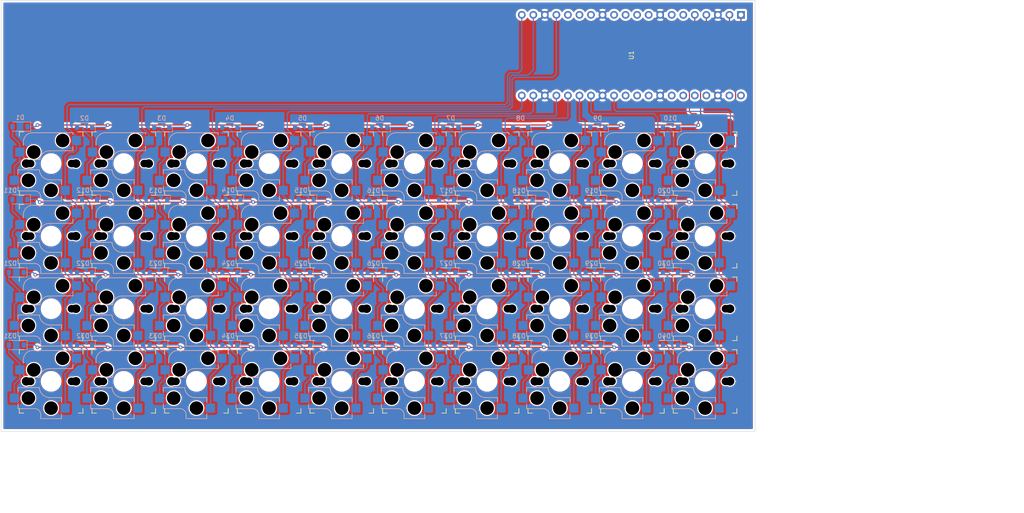
<source format=kicad_pcb>
(kicad_pcb (version 20221018) (generator pcbnew)
  (layers (0 "F.Cu" signal) (31 "B.Cu" signal) (34 "B.Paste" user) (35 "F.Paste" user) (36 "B.SilkS" user "B.Silkscreen") (37 "F.SilkS" user "F.Silkscreen") (38 "B.Mask" user) (39 "F.Mask" user) (44 "Edge.Cuts" user))
  (net 0 "")
  (net 1 "/GPIO0")
  (net 2 "Net-(D1-A)")
  (net 3 "Net-(D2-A)")
  (net 4 "Net-(D3-A)")
  (net 5 "Net-(D4-A)")
  (net 6 "Net-(D5-A)")
  (net 7 "Net-(D6-A)")
  (net 8 "Net-(D7-A)")
  (net 9 "Net-(D8-A)")
  (net 10 "Net-(D9-A)")
  (net 11 "Net-(D10-A)")
  (net 12 "/GPIO1")
  (net 13 "Net-(D11-A)")
  (net 14 "Net-(D12-A)")
  (net 15 "Net-(D13-A)")
  (net 16 "Net-(D14-A)")
  (net 17 "Net-(D15-A)")
  (net 18 "Net-(D16-A)")
  (net 19 "Net-(D17-A)")
  (net 20 "Net-(D18-A)")
  (net 21 "Net-(D19-A)")
  (net 22 "Net-(D20-A)")
  (net 23 "/GPIO2")
  (net 24 "Net-(D21-A)")
  (net 25 "Net-(D22-A)")
  (net 26 "Net-(D23-A)")
  (net 27 "Net-(D24-A)")
  (net 28 "Net-(D25-A)")
  (net 29 "Net-(D26-A)")
  (net 30 "Net-(D27-A)")
  (net 31 "Net-(D28-A)")
  (net 32 "Net-(D29-A)")
  (net 33 "Net-(D30-A)")
  (net 34 "/GPIO3")
  (net 35 "Net-(D31-A)")
  (net 36 "Net-(D32-A)")
  (net 37 "Net-(D33-A)")
  (net 38 "Net-(D34-A)")
  (net 39 "Net-(D35-A)")
  (net 40 "Net-(D36-A)")
  (net 41 "Net-(D37-A)")
  (net 42 "Net-(D38-A)")
  (net 43 "Net-(D39-A)")
  (net 44 "Net-(D40-A)")
  (net 45 "/GPIO4")
  (net 46 "/GPIO5")
  (net 47 "/GPIO6")
  (net 48 "/GPIO7")
  (net 49 "/GPIO8")
  (net 50 "/GPIO9")
  (net 51 "/GPIO10")
  (net 52 "/GPIO11")
  (net 53 "/GPIO12")
  (net 54 "/GPIO13")
  (net 55 "GND")
  (net 56 "/GPIO14")
  (net 57 "/GPIO15")
  (net 58 "/GPIO16")
  (net 59 "/GPIO17")
  (net 60 "/GPIO18")
  (net 61 "/GPIO19")
  (net 62 "/GPIO20")
  (net 63 "/GPIO21")
  (net 64 "/GPIO22")
  (net 66 "/GPIO26")
  (net 67 "/GPIO27")
  (net 68 "/GPIO28")
  (footprint "switch:CherryMX_MidHeight_Choc_Hotswap_rev1_mod" (layer "F.Cu") (at 62 124)
    (fp_text reference "SW32" hide)
    (fp_text value "SW_Push" hide)
  )
  (footprint "switch:CherryMX_MidHeight_Choc_Hotswap_rev1_mod" (layer "F.Cu") (at 78 92)
    (fp_text reference "SW13" hide)
    (fp_text value "SW_Push" hide)
  )
  (footprint "switch:CherryMX_MidHeight_Choc_Hotswap_rev1_mod" (layer "F.Cu") (at 174 92)
    (fp_text reference "SW19" hide)
    (fp_text value "SW_Push" hide)
  )
  (footprint "switch:CherryMX_MidHeight_Choc_Hotswap_rev1_mod" (layer "F.Cu") (at 190 124)
    (fp_text reference "SW40" hide)
    (fp_text value "SW_Push" hide)
  )
  (footprint "switch:CherryMX_MidHeight_Choc_Hotswap_rev1_mod" (layer "F.Cu") (at 110 108)
    (fp_text reference "SW25" hide)
    (fp_text value "SW_Push" hide)
  )
  (footprint "switch:CherryMX_MidHeight_Choc_Hotswap_rev1_mod" (layer "F.Cu") (at 110 76)
    (fp_text reference "SW5" hide)
    (fp_text value "SW_Push" hide)
  )
  (footprint "switch:CherryMX_MidHeight_Choc_Hotswap_rev1_mod" (layer "F.Cu") (at 46 76)
    (fp_text reference "SW1" hide)
    (fp_text value "SW_Push" hide)
  )
  (footprint "switch:CherryMX_MidHeight_Choc_Hotswap_rev1_mod" (layer "F.Cu") (at 78 108)
    (fp_text reference "SW23" hide)
    (fp_text value "SW_Push" hide)
  )
  (footprint "switch:CherryMX_MidHeight_Choc_Hotswap_rev1_mod" (layer "F.Cu") (at 126 76)
    (fp_text reference "SW6" hide)
    (fp_text value "SW_Push" hide)
  )
  (footprint "switch:CherryMX_MidHeight_Choc_Hotswap_rev1_mod" (layer "F.Cu") (at 62 108)
    (fp_text reference "SW22" hide)
    (fp_text value "SW_Push" hide)
  )
  (footprint "switch:CherryMX_MidHeight_Choc_Hotswap_rev1_mod" (layer "F.Cu") (at 94 108)
    (fp_text reference "SW24" hide)
    (fp_text value "SW_Push" hide)
  )
  (footprint "switch:CherryMX_MidHeight_Choc_Hotswap_rev1_mod" (layer "F.Cu") (at 126 92)
    (fp_text reference "SW16" hide)
    (fp_text value "SW_Push" hide)
  )
  (footprint "switch:CherryMX_MidHeight_Choc_Hotswap_rev1_mod" (layer "F.Cu") (at 158 124)
    (fp_text reference "SW38" hide)
    (fp_text value "SW_Push" hide)
  )
  (footprint "switch:CherryMX_MidHeight_Choc_Hotswap_rev1_mod" (layer "F.Cu") (at 158 76)
    (fp_text reference "SW8" hide)
    (fp_text value "SW_Push" hide)
  )
  (footprint "switch:CherryMX_MidHeight_Choc_Hotswap_rev1_mod" (layer "F.Cu") (at 110 92)
    (fp_text reference "SW15" hide)
    (fp_text value "SW_Push" hide)
  )
  (footprint "switch:CherryMX_MidHeight_Choc_Hotswap_rev1_mod" (layer "F.Cu") (at 142 76)
    (fp_text reference "SW7" hide)
    (fp_text value "SW_Push" hide)
  )
  (footprint "switch:CherryMX_MidHeight_Choc_Hotswap_rev1_mod" (layer "F.Cu") (at 78 124)
    (fp_text reference "SW33" hide)
    (fp_text value "SW_Push" hide)
  )
  (footprint "switch:CherryMX_MidHeight_Choc_Hotswap_rev1_mod" (layer "F.Cu") (at 158 108)
    (fp_text reference "SW28" hide)
    (fp_text value "SW_Push" hide)
  )
  (footprint "switch:CherryMX_MidHeight_Choc_Hotswap_rev1_mod" (layer "F.Cu") (at 110 124)
    (fp_text reference "SW35" hide)
    (fp_text value "SW_Push" hide)
  )
  (footprint "switch:CherryMX_MidHeight_Choc_Hotswap_rev1_mod" (layer "F.Cu") (at 142 124)
    (fp_text reference "SW37" hide)
    (fp_text value "SW_Push" hide)
  )
  (footprint "switch:CherryMX_MidHeight_Choc_Hotswap_rev1_mod" (layer "F.Cu") (at 94 92)
    (fp_text reference "SW14" hide)
    (fp_text value "SW_Push" hide)
  )
  (footprint "switch:CherryMX_MidHeight_Choc_Hotswap_rev1_mod" (layer "F.Cu") (at 190 76)
    (fp_text reference "SW10" hide)
    (fp_text value "SW_Push" hide)
  )
  (footprint "switch:CherryMX_MidHeight_Choc_Hotswap_rev1_mod" (layer "F.Cu") (at 46 124)
    (fp_text reference "SW31" hide)
    (fp_text value "SW_Push" hide)
  )
  (footprint "switch:CherryMX_MidHeight_Choc_Hotswap_rev1_mod" (layer "F.Cu") (at 46 92)
    (fp_text reference "SW11" hide)
    (fp_text value "SW_Push" hide)
  )
  (footprint "switch:CherryMX_MidHeight_Choc_Hotswap_rev1_mod" (layer "F.Cu") (at 94 76)
    (fp_text reference "SW4" hide)
    (fp_text value "SW_Push" hide)
  )
  (footprint "switch:CherryMX_MidHeight_Choc_Hotswap_rev1_mod" (layer "F.Cu") (at 46 108)
    (fp_text reference "SW21" hide)
    (fp_text value "SW_Push" hide)
  )
  (footprint "switch:CherryMX_MidHeight_Choc_Hotswap_rev1_mod" (layer "F.Cu") (at 142 108)
    (fp_text reference "SW27" hide)
    (fp_text value "SW_Push" hide)
  )
  (footprint "switch:CherryMX_MidHeight_Choc_Hotswap_rev1_mod" (layer "F.Cu") (at 126 124)
    (fp_text reference "SW36" hide)
    (fp_text value "SW_Push" hide)
  )
  (footprint "switch:CherryMX_MidHeight_Choc_Hotswap_rev1_mod" (layer "F.Cu") (at 62 92)
    (fp_text reference "SW12" hide)
    (fp_text value "SW_Push" hide)
  )
  (footprint "switch:CherryMX_MidHeight_Choc_Hotswap_rev1_mod" (layer "F.Cu") (at 94 124)
    (fp_text reference "SW34" hide)
    (fp_text value "SW_Push" hide)
  )
  (footprint "switch:CherryMX_MidHeight_Choc_Hotswap_rev1_mod" (layer "F.Cu") (at 142 92)
    (fp_text reference "SW17" hide)
    (fp_text value "SW_Push" hide)
  )
  (footprint "switch:CherryMX_MidHeight_Choc_Hotswap_rev1_mod" (layer "F.Cu") (at 174 108)
    (fp_text reference "SW29" hide)
    (fp_text value "SW_Push" hide)
  )
  (footprint "switch:CherryMX_MidHeight_Choc_Hotswap_rev1_mod" (layer "F.Cu") (at 62 76)
    (fp_text reference "SW2" hide)
    (fp_text value "SW_Push" hide)
  )
  (footprint "switch:CherryMX_MidHeight_Choc_Hotswap_rev1_mod" (layer "F.Cu") (at 190 92)
    (fp_text reference "SW20" hide)
    (fp_text value "SW_Push" hide)
  )
  (footprint "switch:CherryMX_MidHeight_Choc_Hotswap_rev1_mod" (layer "F.Cu") (at 174 76)
    (fp_text reference "SW9" hide)
    (fp_text value "SW_Push" hide)
  )
  (footprint "my_pico_smd:pico_no_dbg_th" (layer "F.Cu") (at 173.77 52.11 -90)
    (fp_text reference "U1")
    (fp_text value "Pico")
  )
  (footprint "switch:CherryMX_MidHeight_Choc_Hotswap_rev1_mod" (layer "F.Cu") (at 158 92)
    (fp_text reference "SW18" hide)
    (fp_text value "SW_Push" hide)
  )
  (footprint "switch:CherryMX_MidHeight_Choc_Hotswap_rev1_mod" (layer "F.Cu") (at 78 76)
    (fp_text reference "SW3" hide)
    (fp_text value "SW_Push" hide)
  )
  (footprint "switch:CherryMX_MidHeight_Choc_Hotswap_rev1_mod" (layer "F.Cu") (at 174 124)
    (fp_text reference "SW39" hide)
    (fp_text value "SW_Push" hide)
  )
  (footprint "switch:CherryMX_MidHeight_Choc_Hotswap_rev1_mod" (layer "F.Cu") (at 190 108)
    (fp_text reference "SW30" hide)
    (fp_text value "SW_Push" hide)
  )
  (footprint "switch:CherryMX_MidHeight_Choc_Hotswap_rev1_mod" (layer "F.Cu") (at 126 108)
    (fp_text reference "SW26" hide)
    (fp_text value "SW_Push" hide)
  )
  (footprint "Diode_SMD:D_SOD-123" (layer "B.Cu") (at 117.7 83.95 180)
    (fp_text reference "D16")
    (fp_text value "1N4148W")
  )
  (footprint "Diode_SMD:D_SOD-123" (layer "B.Cu") (at 182.35 68 180)
    (fp_text reference "D10")
    (fp_text value "1N4148W")
  )
  (footprint "Diode_SMD:D_SOD-123" (layer "B.Cu") (at 182.35 116 180)
    (fp_text reference "D40")
    (fp_text value "1N4148W")
  )
  (footprint "Diode_SMD:D_SOD-123" (layer "B.Cu") (at 133.35 100 180)
    (fp_text reference "D27")
    (fp_text value "1N4148W")
  )
  (footprint "Diode_SMD:D_SOD-123" (layer "B.Cu") (at 181.35 84 180)
    (fp_text reference "D20")
    (fp_text value "1N4148W")
  )
  (footprint "Diode_SMD:D_SOD-123" (layer "B.Cu") (at 149.35 68 180)
    (fp_text reference "D8")
    (fp_text value "1N4148W")
  )
  (footprint "Diode_SMD:D_SOD-123" (layer "B.Cu") (at 165.35 100 180)
    (fp_text reference "D29")
    (fp_text value "1N4148W")
  )
  (footprint "Diode_SMD:D_SOD-123" (layer "B.Cu") (at 149.35 100 180)
    (fp_text reference "D28")
    (fp_text value "1N4148W")
  )
  (footprint "Diode_SMD:D_SOD-123" (layer "B.Cu") (at 69.9 83.95 180)
    (fp_text reference "D13")
    (fp_text value "1N4148W")
  )
  (footprint "Diode_SMD:D_SOD-123" (layer "B.Cu") (at 117.35 116 180)
    (fp_text reference "D36")
    (fp_text value "1N4148W")
  )
  (footprint "Diode_SMD:D_SOD-123" (layer "B.Cu") (at 53.35 100 180)
    (fp_text reference "D22")
    (fp_text value "1N4148W")
  )
  (footprint "Diode_SMD:D_SOD-123" (layer "B.Cu") (at 69.35 116 180)
    (fp_text reference "D33")
    (fp_text value "1N4148W")
  )
  (footprint "Diode_SMD:D_SOD-123" (layer "B.Cu") (at 150.35 84 180)
    (fp_text reference "D18")
    (fp_text value "1N4148W")
  )
  (footprint "Diode_SMD:D_SOD-123" (layer "B.Cu") (at 101.35 68 180)
    (fp_text reference "D5")
    (fp_text value "1N4148W")
  )
  (footprint "Diode_SMD:D_SOD-123" (layer "B.Cu") (at 117.35 100 180)
    (fp_text reference "D26")
    (fp_text value "1N4148W")
  )
  (footprint "Diode_SMD:D_SOD-123" (layer "B.Cu") (at 133.35 116 180)
    (fp_text reference "D37")
    (fp_text value "1N4148W")
  )
  (footprint "Diode_SMD:D_SOD-123" (layer "B.Cu") (at 53.35 68 180)
    (fp_text reference "D2")
    (fp_text value "1N4148W")
  )
  (footprint "Diode_SMD:D_SOD-123" (layer "B.Cu") (at 39.1 83.9 180)
    (fp_text reference "D11")
    (fp_text value "1N4148W")
  )
  (footprint "Diode_SMD:D_SOD-123" (layer "B.Cu") (at 134 68 180)
    (fp_text reference "D7")
    (fp_text value "1N4148W")
  )
  (footprint "Diode_SMD:D_SOD-123" (layer "B.Cu") (at 149.35 116 180)
    (fp_text reference "D38")
    (fp_text value "1N4148W")
  )
  (footprint "Diode_SMD:D_SOD-123" (layer "B.Cu") (at 70.35 68 180)
    (fp_text reference "D3")
    (fp_text value "1N4148W")
  )
  (footprint "Diode_SMD:D_SOD-123" (layer "B.Cu") (at 102.15 83.9 180)
    (fp_text reference "D15")
    (fp_text value "1N4148W")
  )
  (footprint "Diode_SMD:D_SOD-123" (layer "B.Cu") (at 38.35 100 180)
    (fp_text reference "D21")
    (fp_text value "1N4148W")
  )
  (footprint "Diode_SMD:D_SOD-123" (layer "B.Cu") (at 165.35 116 180)
    (fp_text reference "D39")
    (fp_text value "1N4148W")
  )
  (footprint "Diode_SMD:D_SOD-123" (layer "B.Cu") (at 166 84 180)
    (fp_text reference "D19")
    (fp_text value "1N4148W")
  )
  (footprint "Diode_SMD:D_SOD-123" (layer "B.Cu") (at 39.15 67.85 180)
    (fp_text reference "D1")
    (fp_text value "1N4148W")
  )
  (footprint "Diode_SMD:D_SOD-123" (layer "B.Cu") (at 118.35 68 180)
    (fp_text reference "D6")
    (fp_text value "1N4148W")
  )
  (footprint "Diode_SMD:D_SOD-123" (layer "B.Cu") (at 86.05 83.85 180)
    (fp_text reference "D14")
    (fp_text value "1N4148W")
  )
  (footprint "Diode_SMD:D_SOD-123" (layer "B.Cu") (at 85.35 116 180)
    (fp_text reference "D34")
    (fp_text value "1N4148W")
  )
  (footprint "Diode_SMD:D_SOD-123" (layer "B.Cu") (at 133.05 84 180)
    (fp_text reference "D17")
    (fp_text value "1N4148W")
  )
  (footprint "Diode_SMD:D_SOD-123" (layer "B.Cu") (at 182.35 100 180)
    (fp_text reference "D30")
    (fp_text value "1N4148W")
  )
  (footprint "Diode_SMD:D_SOD-123" (layer "B.Cu") (at 101.35 100 180)
    (fp_text reference "D25")
    (fp_text value "1N4148W")
  )
  (footprint "Diode_SMD:D_SOD-123" (layer "B.Cu") (at 53.35 116 180)
    (fp_text reference "D32")
    (fp_text value "1N4148W")
  )
  (footprint "Diode_SMD:D_SOD-123" (layer "B.Cu") (at 54.45 83.9 180)
    (fp_text reference "D12")
    (fp_text value "1N4148W")
  )
  (footprint "Diode_SMD:D_SOD-123" (layer "B.Cu") (at 85.35 100 180)
    (fp_text reference "D24")
    (fp_text value "1N4148W")
  )
  (footprint "Diode_SMD:D_SOD-123" (layer "B.Cu") (at 38.35 116 180)
    (fp_text reference "D31")
    (fp_text value "1N4148W")
  )
  (footprint "Diode_SMD:D_SOD-123" (layer "B.Cu") (at 101.35 116 180)
    (fp_text reference "D35")
    (fp_text value "1N4148W")
  )
  (footprint "Diode_SMD:D_SOD-123" (layer "B.Cu") (at 85.35 68 180)
    (fp_text reference "D4")
    (fp_text value "1N4148W")
  )
  (footprint "Diode_SMD:D_SOD-123" (layer "B.Cu") (at 69.35 100 180)
    (fp_text reference "D23")
    (fp_text value "1N4148W")
  )
  (footprint "Diode_SMD:D_SOD-123" (layer "B.Cu") (at 166.35 68 180)
    (fp_text reference "D9")
    (fp_text value "1N4148W")
  )
  (gr_line (start 201 40) (end 35 40) (stroke (width 0.1)) (layer "Edge.Cuts"))
  (gr_line (start 35 135) (end 201 135) (stroke (width 0.1)) (layer "Edge.Cuts"))
  (gr_line (start 201 135) (end 201 40) (stroke (width 0.1)) (layer "Edge.Cuts"))
  (gr_line (start 35 40) (end 35 135) (stroke (width 0.1)) (layer "Edge.Cuts"))
  (segment (start 122 116.5) (end 138 116.5) (width 0.25) (layer "F.Cu") (net 1))
  (segment (start 198.5 116.5) (end 186.5 116.5) (width 0.25) (layer "F.Cu") (net 1))
  (segment (start 74.5 116.5) (end 90 116.5) (width 0.25) (layer "F.Cu") (net 1))
  (segment (start 170 116.5) (end 186.5 116.5) (width 0.25) (layer "F.Cu") (net 1))
  (segment (start 197.9 43.22) (end 197.9 56.9) (width 0.25) (layer "F.Cu") (net 1))
  (segment (start 43 116.5) (end 58.5 116.5) (width 0.25) (layer "F.Cu") (net 1))
  (segment (start 199.5 58.5) (end 199.5 115.5) (width 0.25) (layer "F.Cu") (net 1))
  (segment (start 58.5 116.5) (end 74.5 116.5) (width 0.25) (layer "F.Cu") (net 1))
  (segment (start 106 116.5) (end 122 116.5) (width 0.25) (layer "F.Cu") (net 1))
  (segment (start 138 116.5) (end 154.5 116.5) (width 0.25) (layer "F.Cu") (net 1))
  (segment (start 199.5 115.5) (end 198.5 116.5) (width 0.25) (layer "F.Cu") (net 1))
  (segment (start 154.5 116.5) (end 170 116.5) (width 0.25) (layer "F.Cu") (net 1))
  (segment (start 197.9 56.9) (end 199.5 58.5) (width 0.25) (layer "F.Cu") (net 1))
  (segment (start 90 116.5) (end 106 116.5) (width 0.25) (layer "F.Cu") (net 1))
  (via (at 90 116.5) (size 0.8) (drill 0.4) (layers "F.Cu" "B.Cu") (net 1))
  (via (at 43 116.5) (size 0.8) (drill 0.4) (layers "F.Cu" "B.Cu") (net 1))
  (via (at 74.5 116.5) (size 0.8) (drill 0.4) (layers "F.Cu" "B.Cu") (net 1))
  (via (at 186.5 116.5) (size 0.8) (drill 0.4) (layers "F.Cu" "B.Cu") (net 1))
  (via (at 58.5 116.5) (size 0.8) (drill 0.4) (layers "F.Cu" "B.Cu") (net 1))
  (via (at 122 116.5) (size 0.8) (drill 0.4) (layers "F.Cu" "B.Cu") (net 1))
  (via (at 170 116.5) (size 0.8) (drill 0.4) (layers "F.Cu" "B.Cu") (net 1))
  (via (at 106 116.5) (size 0.8) (drill 0.4) (layers "F.Cu" "B.Cu") (net 1))
  (via (at 154.5 116.5) (size 0.8) (drill 0.4) (layers "F.Cu" "B.Cu") (net 1))
  (via (at 138 116.5) (size 0.8) (drill 0.4) (layers "F.Cu" "B.Cu") (net 1))
  (segment (start 154 116) (end 154.5 116.5) (width 0.25) (layer "B.Cu") (net 1))
  (segment (start 58 116) (end 58.5 116.5) (width 0.25) (layer "B.Cu") (net 1))
  (segment (start 42.5 116) (end 43 116.5) (width 0.25) (layer "B.Cu") (net 1))
  (segment (start 151 116) (end 154 116) (width 0.25) (layer "B.Cu") (net 1))
  (segment (start 167 116) (end 169.5 116) (width 0.25) (layer "B.Cu") (net 1))
  (segment (start 105.5 116) (end 106 116.5) (width 0.25) (layer "B.Cu") (net 1))
  (segment (start 137.5 116) (end 138 116.5) (width 0.25) (layer "B.Cu") (net 1))
  (segment (start 119 116) (end 121.5 116) (width 0.25) (layer "B.Cu") (net 1))
  (segment (start 89.5 116) (end 90 116.5) (width 0.25) (layer "B.Cu") (net 1))
  (segment (start 40 116) (end 42.5 116) (width 0.25) (layer "B.Cu") (net 1))
  (segment (start 135 116) (end 137.5 116) (width 0.25) (layer "B.Cu") (net 1))
  (segment (start 71 116) (end 74 116) (width 0.25) (layer "B.Cu") (net 1))
  (segment (start 121.5 116) (end 122 116.5) (width 0.25) (layer "B.Cu") (net 1))
  (segment (start 87 116) (end 89.5 116) (width 0.25) (layer "B.Cu") (net 1))
  (segment (start 169.5 116) (end 170 116.5) (width 0.25) (layer "B.Cu") (net 1))
  (segment (start 184 116) (end 186 116) (width 0.25) (layer "B.Cu") (net 1))
  (segment (start 186 116) (end 186.5 116.5) (width 0.25) (layer "B.Cu") (net 1))
  (segment (start 74 116) (end 74.5 116.5) (width 0.25) (layer "B.Cu") (net 1))
  (segment (start 103 116) (end 105.5 116) (width 0.25) (layer "B.Cu") (net 1))
  (segment (start 55 116) (end 58 116) (width 0.25) (layer "B.Cu") (net 1))
  (segment (start 39.1 73.46) (end 39.1 71.6) (width 0.25) (layer "B.Cu") (net 2))
  (segment (start 39.1 71.6) (end 37.5 70) (width 0.25) (layer "B.Cu") (net 2))
  (segment (start 39.1 73.46) (end 39.1 75.4) (width 0.25) (layer "B.Cu") (net 2))
  (segment (start 39.1 75.4) (end 37.9 76.6) (width 0.25) (layer "B.Cu") (net 2))
  (segment (start 37.5 70) (end 37.5 67.85) (width 0.25) (layer "B.Cu") (net 2))
  (segment (start 37.9 76.6) (end 37.9 79.7) (width 0.25) (layer "B.Cu") (net 2))
  (segment (start 55.1 74.9) (end 53.9 76.1) (width 0.25) (layer "B.Cu") (net 3))
  (segment (start 53.9 76.1) (end 53.9 79.7) (width 0.25) (layer "B.Cu") (net 3))
  (segment (start 51.7 68) (end 53 68) (width 0.25) (layer "B.Cu") (net 3))
  (segment (start 53 68.5) (end 55.1 70.6) (width 0.25) (layer "B.Cu") (net 3))
  (segment (start 53 68) (end 53 68.5) (width 0.25) (layer "B.Cu") (net 3))
  (segment (start 55.1 70.6) (end 55.1 73.46) (width 0.25) (layer "B.Cu") (net 3))
  (segment (start 55.1 73.46) (end 55.1 74.9) (width 0.25) (layer "B.Cu") (net 3))
  (segment (start 71.1 69.1) (end 71.1 73.46) (width 0.25) (layer "B.Cu") (net 4))
  (segment (start 70 68) (end 71.1 69.1) (width 0.25) (layer "B.Cu") (net 4))
  (segment (start 71.1 74.9) (end 69.9 76.1) (width 0.25) (layer "B.Cu") (net 4))
  (segment (start 71.1 73.46) (end 71.1 74.9) (width 0.25) (layer "B.Cu") (net 4))
  (segment (start 69.9 76.1) (end 69.9 79.7) (width 0.25) (layer "B.Cu") (net 4))
  (segment (start 68.7 68) (end 70 68) (width 0.25) (layer "B.Cu") (net 4))
  (segment (start 85 68) (end 86 69) (width 0.25) (layer "B.Cu") (net 5))
  (segment (start 87.1 74.9) (end 85.9 76.1) (width 0.25) (layer "B.Cu") (net 5))
  (segment (start 87.1 73.46) (end 87.1 74.9) (width 0.25) (layer "B.Cu") (net 5))
  (segment (start 87.1 71.1) (end 87.1 73.46) (width 0.25) (layer "B.Cu") (net 5))
  (segment (start 86 69) (end 86 70) (width 0.25) (layer "B.Cu") (net 5))
  (segment (start 83.7 68) (end 85 68) (width 0.25) (layer "B.Cu") (net 5))
  (segment (start 85.9 76.1) (end 85.9 79.7) (width 0.25) (layer "B.Cu") (net 5))
  (segment (start 86 70) (end 87.1 71.1) (width 0.25) (layer "B.Cu") (net 5))
  (segment (start 100.5 68) (end 103.1 70.6) (width 0.25) (layer "B.Cu") (net 6))
  (segment (start 103.1 73.46) (end 103.1 74.9) (width 0.25) (layer "B.Cu") (net 6))
  (segment (start 103.1 70.6) (end 103.1 73.46) (width 0.25) (layer "B.Cu") (net 6))
  (segment (start 99.7 68) (end 100.5 68) (width 0.25) (layer "B.Cu") (net 6))
  (segment (start 103.1 74.9) (end 101.9 76.1) (width 0.25) (layer "B.Cu") (net 6))
  (segment (start 101.9 76.1) (end 101.9 79.7) (width 0.25) (layer "B.Cu") (net 6))
  (segment (start 117.5 68) (end 119.1 69.6) (width 0.25) (layer "B.Cu") (net 7))
  (segment (start 116.7 68) (end 117.5 68) (width 0.25) (layer "B.Cu") (net 7))
  (segment (start 117.9 76.1) (end 117.9 79.7) (width 0.25) (layer "B.Cu") (net 7))
  (segment (start 119.1 74.9) (end 117.9 76.1) (width 0.25) (layer "B.Cu") (net 7))
  (segment (start 119.1 73.46) (end 119.1 74.9) (width 0.25) (layer "B.Cu") (net 7))
  (segment (start 119.1 69.6) (end 119.1 73.46) (width 0.25) (layer "B.Cu") (net 7))
  (segment (start 135.1 74.9) (end 133.9 76.1) (width 0.25) (layer "B.Cu") (net 8))
  (segment (start 135.1 69.6) (end 135.1 73.46) (width 0.25) (layer "B.Cu") (net 8))
  (segment (start 133.9 76.1) (end 133.9 79.7) (width 0.25) (layer "B.Cu") (net 8))
  (segment (start 135.1 73.46) (end 135.1 74.9) (width 0.25) (layer "B.Cu") (net 8))
  (segment (start 132.35 68) (end 133.5 68) (width 0.25) (layer "B.Cu") (net 8))
  (segment (start 133.5 68) (end 135.1 69.6) (width 0.25) (layer "B.Cu") (net 8))
  (segment (start 149 68) (end 150 69) (width 0.25) (layer "B.Cu") (net 9))
  (segment (start 150 69) (end 150 69.5) (width 0.25) (layer "B.Cu") (net 9))
  (segment (start 151.1 70.6) (end 151.1 73.46) (width 0.25) (layer "B.Cu") (net 9))
  (segment (start 147.7 68) (end 149 68) (width 0.25) (layer "B.Cu") (net 9))
  (segment (start 149.9 76.1) (end 149.9 79.7) (width 0.25) (layer "B.Cu") (net 9))
  (segment (start 150 69.5) (end 151.1 70.6) (width 0.25) (layer "B.Cu") (net 9))
  (segment (start 151.1 74.9) (end 149.9 76.1) (width 0.25) (layer "B.Cu") (net 9))
  (segment (start 151.1 73.46) (end 151.1 74.9) (width 0.25) (layer "B.Cu") (net 9))
  (segment (start 165.9 76.1) (end 165.9 79.7) (width 0.25) (layer "B.Cu") (net 10))
  (segment (start 167.1 69.1) (end 167.1 73.46) (width 0.25) (layer "B.Cu") (net 10))
  (segment (start 167.1 74.9) (end 165.9 76.1) (width 0.25) (layer "B.Cu") (net 10))
  (segment (start 164.7 68) (end 166 68) (width 0.25) (layer "B.Cu") (net 10))
  (segment (start 167.1 73.46) (end 167.1 74.9) (width 0.25) (layer "B.Cu") (net 10))
  (segment (start 166 68) (end 167.1 69.1) (width 0.25) (layer "B.Cu") (net 10))
  (segment (start 183.1 75.4) (end 181.9 76.6) (width 0.25) (layer "B.Cu") (net 11))
  (segment (start 183.1 73.46) (end 183.1 75.4) (width 0.25) (layer "B.Cu") (net 11))
  (segment (start 181.9 76.6) (end 181.9 79.7) (width 0.25) (layer "B.Cu") (net 11))
  (segment (start 180.7 68) (end 182 68) (width 0.25) (layer "B.Cu") (net 11))
  (segment (start 182 68) (end 183.1 69.1) (width 0.25) (layer "B.Cu") (net 11))
  (segment (start 183.1 69.1) (end 183.1 73.46) (width 0.25) (layer "B.Cu") (net 11))
  (segment (start 42.5 100.5) (end 58 100.5) (width 0.25) (layer "F.Cu") (net 12))
  (segment (start 58 100.5) (end 74 100.5) (width 0.25) (layer "F.Cu") (net 12))
  (segment (start 74 100.5) (end 90 100.5) (width 0.25) (layer "F.Cu") (net 12))
  (segment (start 196.725 53.865) (end 195.36 52.5) (width 0.25) (layer "F.Cu") (net 12))
  (segment (start 90 100.5) (end 106 100.5) (width 0.25) (layer "F.Cu") (net 12))
  (segment (start 138 100.5) (end 154 100.5) (width 0.25) (layer "F.Cu") (net 12))
  (segment (start 106 100.5) (end 122 100.5) (width 0.25) (layer "F.Cu") (net 12))
  (segment (start 187 100.5) (end 197.5 100.5) (width 0.25) (layer "F.Cu") (net 12))
  (segment (start 196.725 62.725) (end 196.725 53.865) (width 0.25) (layer "F.Cu") (net 12))
  (segment (start 198 100) (end 198 64) (width 0.25) (layer "F.Cu") (net 12))
  (segment (start 195.36 52.5) (end 195.36 43.22) (width 0.25) (layer "F.Cu") (net 12))
  (segment (start 154 100.5) (end 170.5 100.5) (width 0.25) (layer "F.Cu") (net 12))
  (segment (start 170.5 100.5) (end 187 100.5) (width 0.25) (layer "F.Cu") (net 12))
  (segment (start 122 100.5) (end 138 100.5) (width 0.25) (layer "F.Cu") (net 12))
  (segment (start 197.5 100.5) (end 198 100) (width 0.25) (layer "F.Cu") (net 12))
  (segment (start 198 64) (end 196.725 62.725) (width 0.25) (layer "F.Cu") (net 12))
  (via (at 58 100.5) (size 0.8) (drill 0.4) (layers "F.Cu" "B.Cu") (net 12))
  (via (at 138 100.5) (size 0.8) (drill 0.4) (layers "F.Cu" "B.Cu") (net 12))
  (via (at 187 100.5) (size 0.8) (drill 0.4) (layers "F.Cu" "B.Cu") (net 12))
  (via (at 122 100.5) (size 0.8) (drill 0.4) (layers "F.Cu" "B.Cu") (net 12))
  (via (at 42.5 100.5) (size 0.8) (drill 0.4) (layers "F.Cu" "B.Cu") (net 12))
  (via (at 106 100.5) (size 0.8) (drill 0.4) (layers "F.Cu" "B.Cu") (net 12))
  (via (at 170.5 100.5) (size 0.8) (drill 0.4) (layers "F.Cu" "B.Cu") (net 12))
  (via (at 90 100.5) (size 0.8) (drill 0.4) (layers "F.Cu" "B.Cu") (net 12))
  (via (at 154 100.5) (size 0.8) (drill 0.4) (layers "F.Cu" "B.Cu") (net 12))
  (via (at 74 100.5) (size 0.8) (drill 0.4) (layers "F.Cu" "B.Cu") (net 12))
  (segment (start 55 100) (end 57.5 100) (width 0.25) (layer "B.Cu") (net 12))
  (segment (start 57.5 100) (end 58 100.5) (width 0.25) (layer "B.Cu") (net 12))
  (segment (start 151 100) (end 153.5 100) (width 0.25) (layer "B.Cu") (net 12))
  (segment (start 184 100) (end 186.5 100) (width 0.25) (layer "B.Cu") (net 12))
  (segment (start 87 100) (end 89.5 100) (width 0.25) (layer "B.Cu") (net 12))
  (segment (start 73.5 100) (end 74 100.5) (width 0.25) (layer "B.Cu") (net 12))
  (segment (start 105.5 100) (end 106 100.5) (width 0.25) (layer "B.Cu") (net 12))
  (segment (start 40 100) (end 42 100) (width 0.25) (layer "B.Cu") (net 12))
  (segment (start 119 100) (end 121.5 100) (width 0.25) (layer "B.Cu") (net 12))
  (segment (start 89.5 100) (end 90 100.5) (width 0.25) (layer "B.Cu") (net 12))
  (segment (start 186.5 100) (end 187 100.5) (width 0.25) (layer "B.Cu") (net 12))
  (segment (start 137.5 100) (end 138 100.5) (width 0.25) (layer "B.Cu") (net 12))
  (segment (start 170 100) (end 170.5 100.5) (width 0.25) (layer "B.Cu") (net 12))
  (segment (start 42 100) (end 42.5 100.5) (width 0.25) (layer "B.Cu") (net 12))
  (segment (start 103 100) (end 105.5 100) (width 0.25) (layer "B.Cu") (net 12))
  (segment (start 153.5 100) (end 154 100.5) (width 0.25) (layer "B.Cu") (net 12))
  (segment (start 135 100) (end 137.5 100) (width 0.25) (layer "B.Cu") (net 12))
  (segment (start 167 100) (end 170 100) (width 0.25) (layer "B.Cu") (net 12))
  (segment (start 121.5 100) (end 122 100.5) (width 0.25) (layer "B.Cu") (net 12))
  (segment (start 71 100) (end 73.5 100) (width 0.25) (layer "B.Cu") (net 12))
  (segment (start 39.1 89.46) (end 37.5 91.06) (width 0.25) (layer "B.Cu") (net 13))
  (segment (start 37.5 92) (end 37.9 92.4) (width 0.25) (layer "B.Cu") (net 13))
  (segment (start 37.45 86.45) (end 39.1 88.1) (width 0.25) (layer "B.Cu") (net 13))
  (segment (start 37.45 83.9) (end 37.45 86.45) (width 0.25) (layer "B.Cu") (net 13))
  (segment (start 39.1 88.1) (end 39.1 89.46) (width 0.25) (layer "B.Cu") (net 13))
  (segment (start 37.9 92.4) (end 37.9 95.7) (width 0.25) (layer "B.Cu") (net 13))
  (segment (start 37.5 91.06) (end 37.5 92) (width 0.25) (layer "B.Cu") (net 13))
  (segment (start 53.9 92.6) (end 53.9 95.7) (width 0.25) (layer "B.Cu") (net 14))
  (segment (start 55.1 91.4) (end 53.9 92.6) (width 0.25) (layer "B.Cu") (net 14))
  (segment (start 55.1 85.6) (end 55.1 89.46) (width 0.25) (layer "B.Cu") (net 14))
  (segment (start 54.5 85) (end 55.1 85.6) (width 0.25) (layer "B.Cu") (net 14))
  (segment (start 54.5 84.5) (end 54.5 85) (width 0.25) (layer "B.Cu") (net 14))
  (segment (start 53.9 83.9) (end 54.5 84.5) (width 0.25) (layer "B.Cu") (net 14))
  (segment (start 52.8 83.9) (end 53.9 83.9) (width 0.25) (layer "B.Cu") (net 14))
  (segment (start 55.1 89.46) (end 55.1 91.4) (width 0.25) (layer "B.Cu") (net 14))
  (segment (start 71.1 89.46) (end 71.1 90.4) (width 0.25) (layer "B.Cu") (net 15))
  (segment (start 70 84.5) (end 70 86.5) (width 0.25) (layer "B.Cu") (net 15))
  (segment (start 71.1 90.4) (end 69.9 91.6) (width 0.25) (layer "B.Cu") (net 15))
  (segment (start 69.45 83.95) (end 70 84.5) (width 0.25) (layer "B.Cu") (net 15))
  (segment (start 69.9 91.6) (end 69.9 95.7) (width 0.25) (layer "B.Cu") (net 15))
  (segment (start 70 86.5) (end 71.1 87.6) (width 0.25) (layer "B.Cu") (net 15))
  (segment (start 68.25 83.95) (end 69.45 83.95) (width 0.25) (layer "B.Cu") (net 15))
  (segment (start 71.1 87.6) (end 71.1 89.46) (width 0.25) (layer "B.Cu") (net 15))
  (segment (start 86 84.5) (end 86 85) (width 0.25) (layer "B.Cu") (net 16))
  (segment (start 86 85) (end 87.1 86.1) (width 0.25) (layer "B.Cu") (net 16))
  (segment (start 87.1 86.1) (end 87.1 89.46) (width 0.25) (layer "B.Cu") (net 16))
  (segment (start 87.1 89.46) (end 87.1 90.4) (width 0.25) (layer "B.Cu") (net 16))
  (segment (start 85.35 83.85) (end 86 84.5) (width 0.25) (layer "B.Cu") (net 16))
  (segment (start 85.9 91.6) (end 85.9 95.7) (width 0.25) (layer "B.Cu") (net 16))
  (segment (start 87.1 90.4) (end 85.9 91.6) (width 0.25) (layer "B.Cu") (net 16))
  (segment (start 84.4 83.85) (end 85.35 83.85) (width 0.25) (layer "B.Cu") (net 16))
  (segment (start 103.1 85.1) (end 103.1 89.46) (width 0.25) (layer "B.Cu") (net 17))
  (segment (start 100.5 83.9) (end 101.9 83.9) (width 0.25) (layer "B.Cu") (net 17))
  (segment (start 101.9 83.9) (end 103.1 85.1) (width 0.25) (layer "B.Cu") (net 17))
  (segment (start 101.9 92.1) (end 101.9 95.7) (width 0.25) (layer "B.Cu") (net 17))
  (segment (start 103.1 89.46) (end 103.1 90.9) (width 0.25) (layer "B.Cu") (net 17))
  (segment (start 103.1 90.9) (end 101.9 92.1) (width 0.25) (layer "B.Cu") (net 17))
  (segment (start 117.9 92.6) (end 119.1 91.4) (width 0.25) (layer "B.Cu") (net 18))
  (segment (start 119.1 91.4) (end 119.1 89.46) (width 0.25) (layer "B.Cu") (net 18))
  (segment (start 117.5 84) (end 119.1 85.6) (width 0.25) (layer "B.Cu") (net 18))
  (segment (start 117.9 95.7) (end 117.9 92.6) (width 0.25) (layer "B.Cu") (net 18))
  (segment (start 119.1 85.6) (end 119.1 89.46) (width 0.25) (layer "B.Cu") (net 18))
  (segment (start 116.05 83.95) (end 116.1 84) (width 0.25) (layer "B.Cu") (net 18))
  (segment (start 116.1 84) (end 117.5 84) (width 0.25) (layer "B.Cu") (net 18))
  (segment (start 135.1 86.6) (end 135.1 89.46) (width 0.25) (layer "B.Cu") (net 19))
  (segment (start 131.4 84) (end 132.5 84) (width 0.25) (layer "B.Cu") (net 19))
  (segment (start 135.1 90.4) (end 133.9 91.6) (width 0.25) (layer "B.Cu") (net 19))
  (segment (start 135.1 89.46) (end 135.1 90.4) (width 0.25) (layer "B.Cu") (net 19))
  (segment (start 132.5 84) (end 135.1 86.6) (width 0.25) (layer "B.Cu") (net 19))
  (segment (start 133.9 91.6) (end 133.9 95.7) (width 0.25) (layer "B.Cu") (net 19))
  (segment (start 151.1 85.1) (end 151.1 89.46) (width 0.25) (layer "B.Cu") (net 20))
  (segment (start 148.7 84) (end 150 84) (width 0.25) (layer "B.Cu") (net 20))
  (segment (start 151.1 90.4) (end 149.9 91.6) (width 0.25) (layer "B.Cu") (net 20))
  (segment (start 151.1 89.46) (end 151.1 90.4) (width 0.25) (layer "B.Cu") (net 20))
  (segment (start 149.9 91.6) (end 149.9 95.7) (width 0.25) (layer "B.Cu") (net 20))
  (segment (start 150 84) (end 151.1 85.1) (width 0.25) (layer "B.Cu") (net 20))
  (segment (start 165.5 84) (end 167.1 85.6) (width 0.25) (layer "B.Cu") (net 21))
  (segment (start 167.1 90.9) (end 165.9 92.1) (width 0.25) (layer "B.Cu") (net 21))
  (segment (start 167.1 85.6) (end 167.1 89.46) (width 0.25) (layer "B.Cu") (net 21))
  (segment (start 167.1 89.46) (end 167.1 90.9) (width 0.25) (layer "B.Cu") (net 21))
  (segment (start 164.35 84) (end 165.5 84) (width 0.25) (layer "B.Cu") (net 21))
  (segment (start 165.9 92.1) (end 165.9 95.7) (width 0.25) (layer "B.Cu") (net 21))
  (segment (start 183.1 89.46) (end 183.1 91.4) (width 0.25) (layer "B.Cu") (net 22))
  (segment (start 183.1 91.4) (end 181.9 92.6) (width 0.25) (layer "B.Cu") (net 22))
  (segment (start 183.1 86.1) (end 181 84) (width 0.25) (layer "B.Cu") (net 22))
  (segment (start 181 84) (end 179.7 84) (width 0.25) (layer "B.Cu") (net 22))
  (segment (start 183.1 89.46) (end 183.1 86.1) (width 0.25) (layer "B.Cu") (net 22))
  (segment (start 181.9 92.6) (end 181.9 95.7) (width 0.25) (layer "B.Cu") (net 22))
  (segment (start 137.5 84.5) (end 138 84.5) (width 0.25) (layer "F.Cu") (net 23))
  (segment (start 186.5 84.5) (end 196 84.5) (width 0.25) (layer "F.Cu") (net 23))
  (segment (start 189 56) (end 190.28 54.72) (width 0.25) (layer "F.Cu") (net 23))
  (segment (start 106.5 84.5) (end 122.5 84.5) (width 0.25) (layer "F.Cu") (net 23))
  (segment (start 189 65) (end 189 56) (width 0.25) (layer "F.Cu") (net 23))
  (segment (start 196 84.5) (end 197 83.5) (width 0.25) (layer "F.Cu") (net 23))
  (segment (start 75 84.5) (end 90.5 84.5) (width 0.25) (layer "F.Cu") (net 23))
  (segment (start 155 84.5) (end 170.5 84.5) (width 0.25) (layer "F.Cu") (net 23))
  (segment (start 170.5 84.5) (end 186.5 84.5) (width 0.25) (layer "F.Cu") (net 23))
  (segment (start 190.28 54.72) (end 190.28 43.22) (width 0.25) (layer "F.Cu") (net 23))
  (segment (start 197 66.5) (end 196 65.5) (width 0.25) (layer "F.Cu") (net 23))
  (segment (start 197 83.5) (end 197 66.5) (width 0.25) (layer "F.Cu") (net 23))
  (segment (start 189.5 65.5) (end 189 65) (width 0.25) (layer "F.Cu") (net 23))
  (segment (start 59 84.5) (end 75 84.5) (width 0.25) (layer "F.Cu") (net 23))
  (segment (start 137.5 84.5) (end 155 84.5) (width 0.25) (layer "F.Cu") (net 23))
  (segment (start 43.5 84.5) (end 59 84.5) (width 0.25) (layer "F.Cu") (net 23))
  (segment (start 106.5 84.5) (end 107 84.5) (width 0.25) (layer "F.Cu") (net 23))
  (segment (start 122.5 84.5) (end 137.5 84.5) (width 0.25) (layer "F.Cu") (net 23))
  (segment (start 196 65.5) (end 189.5 65.5) (width 0.25) (layer "F.Cu") (net 23))
  (segment (start 90.5 84.5) (end 106.5 84.5) (width 0.25) (layer "F.Cu") (net 23))
  (via (at 155 84.5) (size 0.8) (drill 0.4) (layers "F.Cu" "B.Cu") (net 23))
  (via (at 107 84.5) (size 0.8) (drill 0.4) (layers "F.Cu" "B.Cu") (net 23))
  (via (at 138 84.5) (size 0.8) (drill 0.4) (layers "F.Cu" "B.Cu") (net 23))
  (via (at 75 84.5) (size 0.8) (drill 0.4) (layers "F.Cu" "B.Cu") (net 23))
  (via (at 43.5 84.5) (size 0.8) (drill 0.4) (layers "F.Cu" "B.Cu") (net 23))
  (via (at 170.5 84.5) (size 0.8) (drill 0.4) (layers "F.Cu" "B.Cu") (net 23))
  (via (at 186.5 84.5) (size 0.8) (drill 0.4) (layers "F.Cu" "B.Cu") (net 23))
  (via (at 59 84.5) (size 0.8) (drill 0.4) (layers "F.Cu" "B.Cu") (net 23))
  (via (at 90.5 84.5) (size 0.8) (drill 0.4) (layers "F.Cu" "B.Cu") (net 23))
  (via (at 122.5 84.5) (size 0.8) (drill 0.4) (layers "F.Cu" "B.Cu") (net 23))
  (segment (start 137.5 84) (end 138 84.5) (width 0.25) (layer "B.Cu") (net 23))
  (segment (start 154.5 84) (end 155 84.5) (width 0.25) (layer "B.Cu") (net 23))
  (segment (start 74.45 83.95) (end 75 84.5) (width 0.25) (layer "B.Cu") (net 23))
  (segment (start 167.65 84) (end 170 84) (width 0.25) (layer "B.Cu") (net 23))
  (segment (start 42.9 83.9) (end 43.5 84.5) (width 0.25) (layer "B.Cu") (net 23))
  (segment (start 121.95 83.95) (end 122.5 84.5) (width 0.25) (layer "B.Cu") (net 23))
  (segment (start 56.1 83.9) (end 58.4 83.9) (width 0.25) (layer "B.Cu") (net 23))
  (segment (start 119.35 83.95) (end 121.95 83.95) (width 0.25) (layer "B.Cu") (net 23))
  (segment (start 183 84) (end 186 84) (width 0.25) (layer "B.Cu") (net 23))
  (segment (start 186 84) (end 186.5 84.5) (width 0.25) (layer "B.Cu") (net 23))
  (segment (start 71.55 83.95) (end 74.45 83.95) (width 0.25) (layer "B.Cu") (net 23))
  (segment (start 103.8 83.9) (end 106.4 83.9) (width 0.25) (layer "B.Cu") (net 23))
  (segment (start 89.85 83.85) (end 90.5 84.5) (width 0.25) (layer "B.Cu") (net 23))
  (segment (start 152 84) (end 154.5 84) (width 0.25) (layer "B.Cu") (net 23))
  (segment (start 170 84) (end 170.5 84.5) (width 0.25) (layer "B.Cu") (net 23))
  (segment (start 134.7 84) (end 137.5 84) (width 0.25) (layer "B.Cu") (net 23))
  (segment (start 87.7 83.85) (end 89.85 83.85) (width 0.25) (layer "B.Cu") (net 23))
  (segment (start 106.4 83.9) (end 107 84.5) (width 0.25) (layer "B.Cu") (net 23))
  (segment (start 40.75 83.9) (end 42.9 83.9) (width 0.25) (layer "B.Cu") (net 23))
  (segment (start 58.4 83.9) (end 59 84.5) (width 0.25) (layer "B.Cu") (net 23))
  (segment (start 39.1 105.9) (end 39.1 105.46) (width 0.25) (layer "B.Cu") (net 24))
  (segment (start 39.1 104.1) (end 39.1 105.46) (width 0.25) (layer "B.Cu") (net 24))
  (segment (start 37.9 107.1) (end 39.1 105.9) (width 0.25) (layer "B.Cu") (net 24))
  (segment (start 36.7 100) (end 36.7 101.7) (width 0.25) (layer "B.Cu") (net 24))
  (segment (start 36.7 101.7) (end 39.1 104.1) (width 0.25) (layer "B.Cu") (net 24))
  (segment (start 37.9 111.7) (end 37.9 107.1) (width 0.25) (layer "B.Cu") (net 24))
  (segment (start 53.9 107.6) (end 53.9 111.7) (width 0.25) (layer "B.Cu") (net 25))
  (segment (start 51.7 100) (end 53 100) (width 0.25) (layer "B.Cu") (net 25))
  (segment (start 54 101) (end 54 102) (width 0.25) (layer "B.Cu") (net 25))
  (segment (start 55.1 105.46) (end 55.1 106.4) (width 0.25) (layer "B.Cu") (net 25))
  (segment (start 54 102) (end 55.1 103.1) (width 0.25) (layer "B.Cu") (net 25))
  (segment (start 55.1 103.1) (end 55.1 105.46) (width 0.25) (layer "B.Cu") (net 25))
  (segment (start 55.1 106.4) (end 53.9 107.6) (width 0.25) (layer "B.Cu") (net 25))
  (segment (start 53 100) (end 54 101) (width 0.25) (layer "B.Cu") (net 25))
  (segment (start 71.1 105.46) (end 71.1 106.4) (width 0.25) (layer "B.Cu") (net 26))
  (segment (start 70 101) (end 70 102) (width 0.25) (layer "B.Cu") (net 26))
  (segment (start 69.9 107.6) (end 69.9 111.7) (width 0.25) (layer "B.Cu") (net 26))
  (segment (start 67.7 100) (end 69 100) (width 0.25) (layer "B.Cu") (net 26))
  (segment (start 71.1 106.4) (end 69.9 107.6) (width 0.25) (layer "B.Cu") (net 26))
  (segment (start 71.1 103.1) (end 71.1 105.46) (width 0.25) (layer "B.Cu") (net 26))
  (segment (start 70 102) (end 71.1 103.1) (width 0.25) (layer "B.Cu") (net 26))
  (segment (start 69 100) (end 70 101) (width 0.25) (layer "B.Cu") (net 26))
  (segment (start 87.1 103.6) (end 87.1 105.46) (width 0.25) (layer "B.Cu") (net 27))
  (segment (start 85.9 107.6) (end 85.9 111.7) (width 0.25) (layer "B.Cu") (net 27))
  (segment (start 87.1 105.46) (end 87.1 106.4) (width 0.25) (layer "B.Cu") (net 27))
  (segment (start 85 100) (end 85.5 100.5) (width 0.25) (layer "B.Cu") (net 27))
  (segment (start 87.1 106.4) (end 85.9 107.6) (width 0.25) (layer "B.Cu") (net 27))
  (segment (start 83.7 100) (end 85 100) (width 0.25) (layer "B.Cu") (net 27))
  (segment (start 85.5 102) (end 87.1 103.6) (width 0.25) (layer "B.Cu") (net 27))
  (segment (start 85.5 100.5) (end 85.5 102) (width 0.25) (layer "B.Cu") (net 27))
  (segment (start 99.7 100) (end 101 100) (width 0.25) (layer "B.Cu") (net 28))
  (segment (start 101.9 108.1) (end 101.9 111.7) (width 0.25) (layer "B.Cu") (net 28))
  (segment (start 103.1 106.9) (end 101.9 108.1) (width 0.25) (layer "B.Cu") (net 28))
  (segment (start 103.1 102.1) (end 103.1 105.46) (width 0.25) (layer "B.Cu") (net 28))
  (segment (start 103.1 105.46) (end 103.1 106.9) (width 0.25) (layer "B.Cu") (net 28))
  (segment (start 101 100) (end 103.1 102.1) (width 0.25) (layer "B.Cu") (net 28))
  (segment (start 117.9 107.6) (end 117.9 111.7) (width 0.25) (layer "B.Cu") (net 29))
  (segment (start 119.1 103.6) (end 119.1 105.46) (width 0.25) (layer "B.Cu") (net 29))
  (segment (start 119.1 106.4) (end 117.9 107.6) (width 0.25) (layer "B.Cu") (net 29))
  (segment (start 117.5 102) (end 119.1 103.6) (width 0.25) (layer "B.Cu") (net 29))
  (segment (start 117.5 100.5) (end 117.5 102) (width 0.25) (layer "B.Cu") (net 29))
  (segment (start 115.7 100) (end 117 100) (width 0.25) (layer "B.Cu") (net 29))
  (segment (start 119.1 105.46) (end 119.1 106.4) (width 0.25) (layer "B.Cu") (net 29))
  (segment (start 117 100) (end 117.5 100.5) (width 0.25) (layer "B.Cu") (net 29))
  (segment (start 134 102) (end 135.1 103.1) (width 0.25) (layer "B.Cu") (net 30))
  (segment (start 134 101) (end 134 102) (width 0.25) (layer "B.Cu") (net 30))
  (segment (start 135.1 103.1) (end 135.1 105.46) (width 0.25) (layer "B.Cu") (net 30))
  (segment (start 133 100) (end 134 101) (width 0.25) (layer "B.Cu") (net 30))
  (segment (start 135.1 105.46) (end 135.1 106.9) (width 0.25) (layer "B.Cu") (net 30))
  (segment (start 131.7 100) (end 133 100) (width 0.25) (layer "B.Cu") (net 30))
  (segment (start 133.9 108.1) (end 133.9 111.7) (width 0.25) (layer "B.Cu") (net 30))
  (segment (start 135.1 106.9) (end 133.9 108.1) (width 0.25) (layer "B.Cu") (net 30))
  (segment (start 149.9 108.6) (end 149.9 111.7) (width 0.25) (layer "B.Cu") (net 31))
  (segment (start 150 102) (end 151.1 103.1) (width 0.25) (layer "B.Cu") (net 31))
  (segment (start 149 100) (end 150 101) (width 0.25) (layer "B.Cu") (net 31))
  (segment (start 151.1 107.4) (end 149.9 108.6) (width 0.25) (layer "B.Cu") (net 31))
  (segment (start 151.1 103.1) (end 151.1 105.46) (width 0.25) (layer "B.Cu") (net 31))
  (segment (start 151.1 105.46) (end 151.1 107.4) (width 0.25) (layer "B.Cu") (net 31))
  (segment (start 150 101) (end 150 102) (width 0.25) (layer "B.Cu") (net 31))
  (segment (start 147.7 100) (end 149 100) (width 0.25) (layer "B.Cu") (net 31))
  (segment (start 166 101) (end 166 101.4) (width 0.25) (layer "B.Cu") (net 32))
  (segment (start 167.1 106.9) (end 165.9 108.1) (width 0.25) (layer "B.Cu") (net 32))
  (segment (start 165 100) (end 166 101) (width 0.25) (layer "B.Cu") (net 32))
  (segment (start 165.9 108.1) (end 165.9 111.7) (width 0.25) (layer "B.Cu") (net 32))
  (segment (start 166 101.4) (end 167.1 102.5) (width 0.25) (layer "B.Cu") (net 32))
  (segment (start 163.7 100) (end 165 100) (width 0.25) (layer "B.Cu") (net 32))
  (segment (start 167.1 105.46) (end 167.1 106.9) (width 0.25) (layer "B.Cu") (net 32))
  (segment (start 167.1 102.5) (end 167.1 105.46) (width 0.25) (layer "B.Cu") (net 32))
  (segment (start 182 100) (end 183.1 101.1) (width 0.25) (layer "B.Cu") (net 33))
  (segment (start 181.9 108.1) (end 181.9 111.7) (width 0.25) (layer "B.Cu") (net 33))
  (segment (start 183.1 106.9) (end 181.9 108.1) (width 0.25) (layer "B.Cu") (net 33))
  (segment (start 183.1 105.46) (end 183.1 106.9) (width 0.25) (layer "B.Cu") (net 33))
  (segment (start 183.1 101.1) (end 183.1 105.46) (width 0.25) (layer "B.Cu") (net 33))
  (segment (start 180.7 100) (end 182 100) (width 0.25) (layer "B.Cu") (net 33))
  (segment (start 186.565 64.565) (end 187 65) (width 0.25) (layer "F.Cu") (net 34))
  (segment (start 43 67.5) (end 58.5 67.5) (width 0.25) (layer "F.Cu") (net 34))
  (segment (start 187.74 51.26) (end 186.565 52.435) (width 0.25) (layer "F.Cu") (net 34))
  (segment (start 188 65) (end 188.5 65.5) (width 0.25) (layer "F.Cu") (net 34))
  (segment (start 155.5 67.5) (end 171.5 67.5) (width 0.25) (layer "F.Cu") (net 34))
  (segment (start 92 67.5) (end 106.5 67.5) (width 0.25) (layer "F.Cu") (net 34))
  (segment (start 58.5 67.5) (end 76 67.5) (width 0.25) (layer "F.Cu") (net 34))
  (segment (start 140 67.5) (end 155.5 67.5) (width 0.25) (layer "F.Cu") (net 34))
  (segment (start 186.565 52.435) (end 186.565 64.565) (width 0.25) (layer "F.Cu") (net 34))
  (segment (start 187 65) (end 188 65) (width 0.25) (layer "F.Cu") (net 34))
  (segment (start 187.74 43.22) (end 187.74 51.26) (width 0.25) (layer "F.Cu") (net 34))
  (segment (start 76 67.5) (end 92 67.5) (width 0.25) (layer "F.Cu") (net 34))
  (segment (start 125 67.5) (end 140 67.5) (width 0.25) (layer "F.Cu") (net 34))
  (segment (start 188.5 65.5) (end 188.5 67.5) (width 0.25) (layer "F.Cu") (net 34))
  (segment (start 171.5 67.5) (end 188.5 67.5) (width 0.25) (layer "F.Cu") (net 34))
  (segment (start 106.5 67.5) (end 125 67.5) (width 0.25) (layer "F.Cu") (net 34))
  (via (at 155.5 67.5) (size 0.8) (drill 0.4) (layers "F.Cu" "B.Cu") (net 34))
  (via (at 58.5 67.5) (size 0.8) (drill 0.4) (layers "F.Cu" "B.Cu") (net 34))
  (via (at 125 67.5) (size 0.8) (drill 0.4) (layers "F.Cu" "B.Cu") (net 34))
  (via (at 92 67.5) (size 0.8) (drill 0.4) (layers "F.Cu" "B.Cu") (net 34))
  (via (at 188.5 67.5) (size 0.8) (drill 0.4) (layers "F.Cu" "B.Cu") (net 34))
  (via (at 43 67.5) (size 0.8) (drill 0.4) (layers "F.Cu" "B.Cu") (net 34))
  (via (at 76 67.5) (size 0.8) (drill 0.4) (layers "F.Cu" "B.Cu") (net 34))
  (via (at 106.5 67.5) (size 0.8) (drill 0.4) (layers "F.Cu" "B.Cu") (net 34))
  (via (at 171.5 67.5) (size 0.8) (drill 0.4) (layers "F.Cu" "B.Cu") (net 34))
  (via (at 140 67.5) (size 0.8) (drill 0.4) (layers "F.Cu" "B.Cu") (net 34))
  (segment (start 171 68) (end 171.5 67.5) (width 0.25) (layer "B.Cu") (net 34))
  (segment (start 103 68) (end 106 68) (width 0.25) (layer "B.Cu") (net 34))
  (segment (start 168 68) (end 171 68) (width 0.25) (layer "B.Cu") (net 34))
  (segment (start 120 68) (end 124.5 68) (width 0.25) (layer "B.Cu") (net 34))
  (segment (start 75.5 68) (end 76 67.5) (width 0.25) (layer "B.Cu") (net 34))
  (segment (start 106 68) (end 106.5 67.5) (width 0.25) (layer "B.Cu") (net 34))
  (segment (start 58 68) (end 58.5 67.5) (width 0.25) (layer "B.Cu") (net 34))
  (segment (start 72 68) (end 75.5 68) (width 0.25) (layer "B.Cu") (net 34))
  (segment (start 40.8 67.85) (end 42.65 67.85) (width 0.25) (layer "B.Cu") (net 34))
  (segment (start 155 68) (end 155.5 67.5) (width 0.25) (layer "B.Cu") (net 34))
  (segment (start 188 68) (end 188.5 67.5) (width 0.25) (layer "B.Cu") (net 34))
  (segment (start 42.65 67.85) (end 43 67.5) (width 0.25) (layer "B.Cu") (net 34))
  (segment (start 55 68) (end 58 68) (width 0.25) (layer "B.Cu") (net 34))
  (segment (start 91.5 68) (end 92 67.5) (width 0.25) (layer "B.Cu") (net 34))
  (segment (start 139.5 68) (end 140 67.5) (width 0.25) (layer "B.Cu") (net 34))
  (segment (start 124.5 68) (end 125 67.5) (width 0.25) (layer "B.Cu") (net 34))
  (segment (start 151 68) (end 155 68) (width 0.25) (layer "B.Cu") (net 34))
  (segment (start 135.65 68) (end 139.5 68) (width 0.25) (layer "B.Cu") (net 34))
  (segment (start 184 68) (end 188 68) (width 0.25) (layer "B.Cu") (net 34))
  (segment (start 87 68) (end 91.5 68) (width 0.25) (layer "B.Cu") (net 34))
  (segment (start 39.1 120.1) (end 39.1 121.46) (width 0.25) (layer "B.Cu") (net 35))
  (segment (start 39.1 123.4) (end 37.9 124.6) (width 0.25) (layer "B.Cu") (net 35))
  (segment (start 39.1 121.46) (end 39.1 123.4) (width 0.25) (layer "B.Cu") (net 35))
  (segment (start 37.9 124.6) (end 37.9 127.7) (width 0.25) (layer "B.Cu") (net 35))
  (segment (start 36.7 116) (end 36.7 117.7) (width 0.25) (layer "B.Cu") (net 35))
  (segment (start 36.7 117.7) (end 39.1 120.1) (width 0.25) (layer "B.Cu") (net 35))
  (segment (start 53 116) (end 54 117) (width 0.25) (layer "B.Cu") (net 36))
  (segment (start 53.9 124.1) (end 53.9 127.7) (width 0.25) (layer "B.Cu") (net 36))
  (segment (start 55.1 122.9) (end 53.9 124.1) (width 0.25) (layer "B.Cu") (net 36))
  (segment (start 54 117) (end 54 118.5) (width 0.25) (layer "B.Cu") (net 36))
  (segment (start 55.1 119.6) (end 55.1 121.46) (width 0.25) (layer "B.Cu") (net 36))
  (segment (start 51.7 116) (end 53 116) (width 0.25) (layer "B.Cu") (net 36))
  (segment (start 54 118.5) (end 55.1 119.6) (width 0.25) (layer "B.Cu") (net 36))
  (segment (start 55.1 121.46) (end 55.1 122.9) (width 0.25) (layer "B.Cu") (net 36))
  (segment (start 67.7 116) (end 69 116) (width 0.25) (layer "B.Cu") (net 37))
  (segment (start 69 116) (end 71.1 118.1) (width 0.25) (layer "B.Cu") (net 37))
  (segment (start 71.1 121.46) (end 71.1 123.4) (width 0.25) (layer "B.Cu") (net 37))
  (segment (start 69.9 124.6) (end 69.9 127.7) (width 0.25) (layer "B.Cu") (net 37))
  (segment (start 71.1 123.4) (end 69.9 124.6) (width 0.25) (layer "B.Cu") (net 37))
  (segment (start 71.1 118.1) (end 71.1 121.46) (width 0.25) (layer "B.Cu") (net 37))
  (segment (start 87.1 122.9) (end 85.9 124.1) (width 0.25) (layer "B.Cu") (net 38))
  (segment (start 85.9 124.1) (end 85.9 127.7) (width 0.25) (layer "B.Cu") (net 38))
  (segment (start 87.1 121.46) (end 87.1 122.9) (width 0.25) (layer "B.Cu") (net 38))
  (segment (start 87.1 118.6) (end 87.1 121.46) (width 0.25) (layer "B.Cu") (net 38))
  (segment (start 83.7 116) (end 84.5 116) (width 0.25) (layer "B.Cu") (net 38))
  (segment (start 84.5 116) (end 87.1 118.6) (width 0.25) (layer "B.Cu") (net 38))
  (segment (start 101 116) (end 103.1 118.1) (width 0.25) (layer "B.Cu") (net 39))
  (segment (start 103.1 118.1) (end 103.1 121.46) (width 0.25) (layer "B.Cu") (net 39))
  (segment (start 101.9 124.6) (end 101.9 127.7) (width 0.25) (layer "B.Cu") (net 39))
  (segment (start 99.7 116) (end 101 116) (width 0.25) (layer "B.Cu") (net 39))
  (segment (start 103.1 123.4) (end 101.9 124.6) (width 0.25) (layer "B.Cu") (net 39))
  (segment (start 103.1 121.46) (end 103.1 123.4) (width 0.25) (layer "B.Cu") (net 39))
  (segment (start 119.1 121.46) (end 119.1 122.9) (width 0.25) (layer "B.Cu") (net 40))
  (segment (start 119.1 119.1) (end 119.1 121.46) (width 0.25) (layer "B.Cu") (net 40))
  (segment (start 118 117) (end 118 118) (width 0.25) (layer "B.Cu") (net 40))
  (segment (start 119.1 122.9) (end 117.9 124.1) (width 0.25) (layer "B.Cu") (net 40))
  (segment (start 118 118) (end 119.1 119.1) (width 0.25) (layer "B.Cu") (net 40))
  (segment (start 117 116) (end 118 117) (width 0.25) (layer "B.Cu") (net 40))
  (segment (start 115.7 116) (end 117 116) (width 0.25) (layer "B.Cu") (net 40))
  (segment (start 117.9 124.1) (end 117.9 127.7) (width 0.25) (layer "B.Cu") (net 40))
  (segment (start 133 116) (end 134 117) (width 0.25) (layer "B.Cu") (net 41))
  (segment (start 135.1 119.6) (end 135.1 121.46) (width 0.25) (layer "B.Cu") (net 41))
  (segment (start 133.9 124.1) (end 133.9 127.7) (width 0.25) (layer "B.Cu") (net 41))
  (segment (start 131.7 116) (end 133 116) (width 0.25) (layer "B.Cu") (net 41))
  (segment (start 135.1 122.9) (end 133.9 124.1) (width 0.25) (layer "B.Cu") (net 41))
  (segment (start 134 118.5) (end 135.1 119.6) (width 0.25) (layer "B.Cu") (net 41))
  (segment (start 134 117) (end 134 118.5) (width 0.25) (layer "B.Cu") (net 41))
  (segment (start 135.1 121.46) (end 135.1 122.9) (width 0.25) (layer "B.Cu") (net 41))
  (segment (start 147.7 116) (end 149 116) (width 0.25) (layer "B.Cu") (net 42))
  (segment (start 149.9 124.1) (end 149.9 127.7) (width 0.25) (layer "B.Cu") (net 42))
  (segment (start 151.1 122.9) (end 149.9 124.1) (width 0.25) (layer "B.Cu") (net 42))
  (segment (start 149 116) (end 151.1 118.1) (width 0.25) (layer "B.Cu") (net 42))
  (segment (start 151.1 121.46) (end 151.1 122.9) (width 0.25) (layer "B.Cu") (net 42))
  (segment (start 151.1 118.1) (end 151.1 121.46) (width 0.25) (layer "B.Cu") (net 42))
  (segment (start 165 116) (end 166 117) (width 0.25) (layer "B.Cu") (net 43))
  (segment (start 163.7 116) (end 165 116) (width 0.25) (layer "B.Cu") (net 43))
  (segment (start 167.1 122.9) (end 165.9 124.1) (width 0.25) (layer "B.Cu") (net 43))
  (segment (start 165.9 124.1) (end 165.9 127.7) (width 0.25) (layer "B.Cu") (net 43))
  (segment (start 166 117) (end 166 117.5) (width 0.25) (layer "B.Cu") (net 43))
  (segment (start 167.1 121.46) (end 167.1 122.9) (width 0.25) (layer "B.Cu") (net 43))
  (segment (start 167.1 118.6) (end 167.1 121.46) (width 0.25) (layer "B.Cu") (net 43))
  (segment (start 166 117.5) (end 167.1 118.6) (width 0.25) (layer "B.Cu") (net 43))
  (segment (start 181.9 124.6) (end 181.9 127.7) (width 0.25) (layer "B.Cu") (net 44))
  (segment (start 182 116.5) (end 181.5 116) (width 0.25) (layer "B.Cu") (net 44))
  (segment (start 180.7 116) (end 181.5 116) (width 0.25) (layer "B.Cu") (net 44))
  (segment (start 183.1 121.46) (end 183.1 123.4) (width 0.25) (layer "B.Cu") (net 44))
  (segment (start 183.1 118.1) (end 183.1 121.46) (width 0.25) (layer "B.Cu") (net 44))
  (segment (start 182 117) (end 182 116.5) (width 0.25) (layer "B.Cu") (net 44))
  (segment (start 183.1 123.4) (end 181.9 124.6) (width 0.25) (layer "B.Cu") (net 44))
  (segment (start 183.1 118.1) (end 182 117) (width 0.25) (layer "B.Cu") (net 44))
  (segment (start 83.6 118.92) (end 83.6 120.4) (width 0.25) (layer "B.Cu") (net 54))
  (segment (start 83.6 85.6) (end 83.6 86.92) (width 0.25) (layer "B.Cu") (net 54))
  (segment (start 83.6 120.4) (end 81 123) (width 0.25) (layer "B.Cu") (net 54))
  (segment (start 147.5 57.5) (end 147.5 63.5) (width 0.25) (layer "B.Cu") (net 54))
  (segment (start 83.6 104.9) (end 83.5 105) (width 0.25) (layer "B.Cu") (net 54))
  (segment (start 82 105) (end 81 106) (width 0.25) (layer "B.Cu") (net 54))
  (segment (start 81 106) (end 81.1 106.1) (width 0.25) (layer "B.Cu") (net 54))
  (segment (start 81.1 97.9) (end 81.1 99.6) (width 0.25) (layer "B.Cu") (net 54))
  (segment (start 82 64) (end 81.5 64.5) (width 0.25) (layer "B.Cu") (net 54))
  (segment (start 83.6 102.92) (end 83.6 104.9) (width 0.25) (layer "B.Cu") (net 54))
  (segment (start 147.5 63.5) (end 147 64) (width 0.25) (layer "B.Cu") (net 54))
  (segment (start 81.1 113.9) (end 81.1 116.1) (width 0.25) (layer "B.Cu") (net 54))
  (segment (start 81.1 81.9) (end 81.1 83.1) (width 0.25) (layer "B.Cu") (net 54))
  (segment (start 83.5 105) (end 82 105) (width 0.25) (layer "B.Cu") (net 54))
  (segment (start 81.5 64.5) (end 81.5 68.5) (width 0.25) (layer "B.Cu") (net 54))
  (segment (start 81.1 73.9) (end 81.1 81.9) (width 0.25) (layer "B.Cu") (net 54))
  (segment (start 83.6 70.92) (end 83.6 71.4) (width 0.25) (layer "B.Cu") (net 54))
  (segment (start 156.5 57) (end 148 57) (width 0.25) (layer "B.Cu") (net 54))
  (segment (start 83.6 86.92) (end 83.6 88.4) (width 0.25) (layer "B.Cu") (net 54))
  (segment (start 157.26 43.22) (end 157.26 56.24) (width 0.25) (layer "B.Cu") (net 54))
  (segment (start 157.26 56.24) (end 156.5 57) (width 0.25) (layer "B.Cu") (net 54))
  (segment (start 83.6 118.6) (end 83.6 118.92) (width 0.25) (layer "B.Cu") (net 54))
  (segment (start 81.5 68.5) (end 83.6 70.6) (width 0.25) (layer "B.Cu") (net 54))
  (segment (start 81.1 123.1) (end 81.1 129.9) (width 0.25) (layer "B.Cu") (net 54))
  (segment (start 81.1 83.1) (end 83.6 85.6) (width 0.25) (layer "B.Cu") (net 54))
  (segment (start 81.1 90.9) (end 81.1 97.9) (width 0.25) (layer "B.Cu") (net 54))
  (segment (start 81.1 116.1) (end 83.6 118.6) (width 0.25) (layer "B.Cu") (net 54))
  (segment (start 83.6 70.6) (end 83.6 70.92) (width 0.25) (layer "B.Cu") (net 54))
  (segment (start 83.6 71.4) (end 81.1 73.9) (width 0.25) (layer "B.Cu") (net 54))
  (segment (start 147 64) (end 82 64) (width 0.25) (layer "B.Cu") (net 54))
  (segment (start 148 57) (end 147.5 57.5) (width 0.25) (layer "B.Cu") (net 54))
  (segment (start 81 123) (end 81.1 123.1) (width 0.25) (layer "B.Cu") (net 54))
  (segment (start 83.6 88.4) (end 81.1 90.9) (width 0.25) (layer "B.Cu") (net 54))
  (segment (start 81.1 106.1) (end 81.1 113.9) (width 0.25) (layer "B.Cu") (net 54))
  (segment (start 83.6 102.1) (end 83.6 102.92) (width 0.25) (layer "B.Cu") (net 54))
  (segment (start 81.1 99.6) (end 83.6 102.1) (width 0.25) (layer "B.Cu") (net 54))
  (segment (start 67.6 102.6) (end 67.6 102.92) (width 0.25) (layer "B.Cu") (net 56))
  (segment (start 67.6 86.1) (end 67.6 86.92) (width 0.25) (layer "B.Cu") (net 56))
  (segment (start 65.1 100.1) (end 67.6 102.6) (width 0.25) (layer "B.Cu") (net 56))
  (segment (start 67.6 119.9) (end 65.1 122.4) (width 0.25) (layer "B.Cu") (net 56))
  (segment (start 152.18 55.32) (end 151 56.5) (width 0.25) (layer "B.Cu") (net 56))
  (segment (start 65.1 106.4) (end 65.1 113.9) (width 0.25) (layer "B.Cu") (net 56))
  (segment (start 147 57) (end 147.5 56.5) (width 0.25) (layer "B.Cu") (net 56))
  (segment (start 65.1 97.9) (end 65.1 100.1) (width 0.25) (layer "B.Cu") (net 56))
  (segment (start 65.1 93.1) (end 65.1 97.9) (width 0.25) (layer "B.Cu") (net 56))
  (segment (start 67.6 70.92) (end 67.6 71.4) (width 0.25) (layer "B.Cu") (net 56))
  (segment (start 66 68) (end 67.6 69.6) (width 0.25) (layer "B.Cu") (net 56))
  (segment (start 67.6 103.9) (end 65.1 106.4) (width 0.25) (layer "B.Cu") (net 56))
  (segment (start 151 56.5) (end 147.5 56.5) (width 0.25) (layer "B.Cu") (net 56))
  (segment (start 65.1 73.9) (end 65.1 81.9) (width 0.25) (layer "B.Cu") (net 56))
  (segment (start 65.1 81.9) (end 65.1 83.6) (width 0.25) (layer "B.Cu") (net 56))
  (segment (start 66.5 63.5) (end 66 64) (width 0.25) (layer "B.Cu") (net 56))
  (segment (start 67.6 69.6) (end 67.6 70.92) (width 0.25) (layer "B.Cu") (net 56))
  (segment (start 147 63) (end 146.5 63.5) (width 0.25) (layer "B.Cu") (net 56))
  (segment (start 67.6 86.92) (end 67.6 87.9) (width 0.25) (layer "B.Cu") (net 56))
  (segment (start 146.5 63.5) (end 66.5 63.5) (width 0.25) (layer "B.Cu") (net 56))
  (segment (start 65 90.5) (end 65 93) (width 0.25) (layer "B.Cu") (net 56))
  (segment (start 67.6 102.92) (end 67.6 103.9) (width 0.25) (layer "B.Cu") (net 56))
  (segment (start 147 57) (end 147 63) (width 0.25) (layer "B.Cu") (net 56))
  (segment (start 65.1 83.6) (end 67.6 86.1) (width 0.25) (layer "B.Cu") (net 56))
  (segment (start 65.1 122.4) (end 65.1 129.9) (width 0.25) (layer "B.Cu") (net 56))
  (segment (start 66 64) (end 66 68) (width 0.25) (layer "B.Cu") (net 56))
  (segment (start 67.6 118.92) (end 67.6 119.9) (width 0.25) (layer "B.Cu") (net 56))
  (segment (start 67.6 71.4) (end 65.1 73.9) (width 0.25) (layer "B.Cu") (net 56))
  (segment (start 152.18 43.22) (end 152.18 55.32) (width 0.25) (layer "B.Cu") (net 56))
  (segment (start 65 93) (end 65.1 93.1) (width 0.25) (layer "B.Cu") (net 56))
  (segment (start 65.1 113.9) (end 65.1 116.42) (width 0.25) (layer "B.Cu") (net 56))
  (segment (start 65.1 116.42) (end 67.6 118.92) (width 0.25) (layer "B.Cu") (net 56))
  (segment (start 67.6 87.9) (end 65 90.5) (width 0.25) (layer "B.Cu") (net 56))
  (segment (start 149.64 55.36) (end 149 56) (width 0.25) (layer "B.Cu") (net 57))
  (segment (start 146 63) (end 50 63) (width 0.25) (layer "B.Cu") (net 57))
  (segment (start 49.1 74.4) (end 50 73.5) (width 0.25) (layer "B.Cu") (net 57))
  (segment (start 49.1 106.1) (end 49.1 113.9) (width 0.25) (layer "B.Cu") (net 57))
  (segment (start 49.1 97.9) (end 49.1 100.1) (width 0.25) (layer "B.Cu") (net 57))
  (segment (start 51.6 85.1) (end 51.6 86.92) (width 0.25) (layer "B.Cu") (net 57))
  (segment (start 49.1 100.1) (end 51.6 102.6) (width 0.25) (layer "B.Cu") (net 57))
  (segment (start 149.64 43.22) (end 149.64 55.36) (width 0.25) (layer "B.Cu") (net 57))
  (segment (start 49.1 83.6) (end 49.5 84) (width 0.25) (layer "B.Cu") (net 57))
  (segment (start 50 73.5) (end 51 73.5) (width 0.25) (layer "B.Cu") (net 57))
  (segment (start 51.6 102.6) (end 51.6 102.92) (width 0.25) (layer "B.Cu") (net 57))
  (segment (start 146.5 56.5) (end 146.5 62.5) (width 0.25) (layer "B.Cu") (net 57))
  (segment (start 51 73.5) (end 51.6 72.9) (width 0.25) (layer "B.Cu") (net 57))
  (segment (start 51.6 86.92) (end 51.6 87.9) (width 0.25) (layer "B.Cu") (net 57))
  (segment (start 49.1 90.4) (end 49.1 97.9) (width 0.25) (layer "B.Cu") (net 57))
  (segment (start 146.5 56.5) (end 147 56) (width 0.25) (layer "B.Cu") (net 57))
  (segment (start 51.6 103.4) (end 49 106) (width 0.25) (layer "B.Cu") (net 57))
  (segment (start 49.1 113.9) (end 49.1 116.42) (width 0.25) (layer "B.Cu") (net 57))
  (segment (start 51.6 72.9) (end 51.6 70.92) (width 0.25) (layer "B.Cu") (net 57))
  (segment (start 49.5 68) (end 51.6 70.1) (width 0.25) (layer "B.Cu") (net 57))
  (segment (start 49.5 63.5) (end 49.5 68) (width 0.25) (layer "B.Cu") (net 57))
  (segment (start 50 63) (end 49.5 63.5) (width 0.25) (layer "B.Cu") (net 57))
  (segment (start 146.5 62.5) (end 146 63) (width 0.25) (layer "B.Cu") (net 57))
  (segment (start 49.5 84) (end 50.5 84) (width 0.25) (layer "B.Cu") (net 57))
  (segment (start 51.6 70.1) (end 51.6 70.92) (width 0.25) (layer "B.Cu") (net 57))
  (segment (start 51.6 87.9) (end 49.1 90.4) (width 0.25) (layer "B.Cu") (net 57))
  (segment (start 50.5 84) (end 51.6 85.1) (width 0.25) (layer "B.Cu") (net 57))
  (segment (start 49.1 116.42) (end 51.6 118.92) (width 0.25) (layer "B.Cu") (net 57))
  (segment (start 49.1 81.9) (end 49.1 83.6) (width 0.25) (layer "B.Cu") (net 57))
  (segment (start 49 106) (end 49.1 106.1) (width 0.25) (layer "B.Cu") (net 57))
  (segment (start 51.6 119.9) (end 49.1 122.4) (width 0.25) (layer "B.Cu") (net 57))
  (segment (start 49.1 122.4) (end 49.1 129.9) (width 0.25) (layer "B.Cu") (net 57))
  (segment (start 51.6 118.92) (end 51.6 119.9) (width 0.25) (layer "B.Cu") (net 57))
  (segment (start 51.6 102.92) (end 51.6 103.4) (width 0.25) (layer "B.Cu") (net 57))
  (segment (start 49.1 81.9) (end 49.1 74.4) (width 0.25) (layer "B.Cu") (net 57))
  (segment (start 149 56) (end 147 56) (width 0.25) (layer "B.Cu") (net 57))
  (segment (start 99.6 102.92) (end 99.6 103.9) (width 0.25) (layer "B.Cu") (net 58))
  (segment (start 99.6 87.9) (end 97.1 90.4) (width 0.25) (layer "B.Cu") (net 58))
  (segment (start 97.1 116.1) (end 99.6 118.6) (width 0.25) (layer "B.Cu") (net 58))
  (segment (start 97.1 74.4) (end 97.1 81.9) (width 0.25) (layer "B.Cu") (net 58))
  (segment (start 99.6 70.92) (end 99.6 71.9) (width 0.25) (layer "B.Cu") (net 58))
  (segment (start 97.1 106.4) (end 97.1 113.9) (width 0.25) (layer "B.Cu") (net 58))
  (segment (start 97.1 81.9) (end 97.1 83.1) (width 0.25) (layer "B.Cu") (net 58))
  (segment (start 99.6 103.9) (end 97.1 106.4) (width 0.25) (layer "B.Cu") (net 58))
  (segment (start 99.6 118.92) (end 99.6 119.4) (width 0.25) (layer "B.Cu") (net 58))
  (segment (start 97.1 100.42) (end 99.6 102.92) (width 0.25) (layer "B.Cu") (net 58))
  (segment (start 99.6 85.6) (end 99.6 86.92) (width 0.25) (layer "B.Cu") (net 58))
  (segment (start 98.5 64.5) (end 149 64.5) (width 0.25) (layer "B.Cu") (net 58))
  (segment (start 97.1 83.1) (end 99.6 85.6) (width 0.25) (layer "B.Cu") (net 58))
  (segment (start 97.1 113.9) (end 97.1 116.1) (width 0.25) (layer "B.Cu") (net 58))
  (segment (start 99.6 71.9) (end 97.1 74.4) (width 0.25) (layer "B.Cu") (net 58))
  (segment (start 97.1 121.9) (end 97.1 129.9) (width 0.25) (layer "B.Cu") (net 58))
  (segment (start 99.6 119.4) (end 97.1 121.9) (width 0.25) (layer "B.Cu") (net 58))
  (segment (start 99.6 86.92) (end 99.6 87.9) (width 0.25) (layer "B.Cu") (net 58))
  (segment (start 149 64.5) (end 149.64 63.86) (width 0.25) (layer "B.Cu") (net 58))
  (segment (start 97.1 90.4) (end 97.1 97.9) (width 0.25) (layer "B.Cu") (net 58))
  (segment (start 99.6 70.92) (end 99.6 70.1) (width 0.25) (layer "B.Cu") (net 58))
  (segment (start 99.6 70.1) (end 98 68.5) (width 0.25) (layer "B.Cu") (net 58))
  (segment (start 98 68.5) (end 98 65) (width 0.25) (layer "B.Cu") (net 58))
  (segment (start 99.6 118.6) (end 99.6 118.92) (width 0.25) (layer "B.Cu") (net 58))
  (segment (start 98 65) (end 98.5 64.5) (width 0.25) (layer "B.Cu") (net 58))
  (segment (start 149.64 63.86) (end 149.64 61) (width 0.25) (layer "B.Cu") (net 58))
  (segment (start 97.1 97.9) (end 97.1 100.42) (width 0.25) (layer "B.Cu") (net 58))
  (segment (start 114 121.5) (end 113 122.5) (width 0.25) (layer "B.Cu") (net 59))
  (segment (start 116 65) (end 151.5 65) (width 0.25) (layer "B.Cu") (net 59))
  (segment (start 113 90) (end 113.1 90.1) (width 0.25) (layer "B.Cu") (net 59))
  (segment (start 113 122.5) (end 113.1 122.6) (width 0.25) (layer "B.Cu") (net 59))
  (segment (start 152.18 64.32) (end 152.18 61) (width 0.25) (layer "B.Cu") (net 59))
  (segment (start 115.6 86.92) (end 115.6 87.4) (width 0.25) (layer "B.Cu") (net 59))
  (segment (start 113.1 83.1) (end 115.6 85.6) (width 0.25) (layer "B.Cu") (net 59))
  (segment (start 113.1 97.9) (end 113.1 100.42) (width 0.25) (layer "B.Cu") (net 59))
  (segment (start 113.1 81.9) (end 113.1 83.1) (width 0.25) (layer "B.Cu") (net 59))
  (segment (start 115.6 85.6) (end 115.6 86.92) (width 0.25) (layer "B.Cu") (net 59))
  (segment (start 113.1 116.42) (end 115.6 118.92) (width 0.25) (layer "B.Cu") (net 59))
  (segment (start 113.1 106.9) (end 113.1 113.9) (width 0.25) (layer "B.Cu") (net 59))
  (segment (start 113.1 122.6) (end 113.1 129.9) (width 0.25) (layer "B.Cu") (net 59))
  (segment (start 115.6 120.9) (end 115 121.5) (width 0.25) (layer "B.Cu") (net 59))
  (segment (start 115.6 104.4) (end 113.1 106.9) (width 0.25) (layer "B.Cu") (net 59))
  (segment (start 115.6 70.92) (end 115.6 65.4) (width 0.25) (layer "B.Cu") (net 59))
  (segment (start 151.5 65) (end 152.18 64.32) (width 0.25) (layer "B.Cu") (net 59))
  (segment (start 113.1 100.42) (end 115.6 102.92) (width 0.25) (layer "B.Cu") (net 59))
  (segment (start 113.1 90.1) (end 113.1 97.9) (width 0.25) (layer "B.Cu") (net 59))
  (segment (start 115.6 72.4) (end 113.1 74.9) (width 0.25) (layer "B.Cu") (net 59))
  (segment (start 115 121.5) (end 114 121.5) (width 0.25) (layer "B.Cu") (net 59))
  (segment (start 115.6 118.92) (end 115.6 120.9) (width 0.25) (layer "B.Cu") (net 59))
  (segment (start 115.6 65.4) (end 116 65) (width 0.25) (layer "B.Cu") (net 59))
  (segment (start 113.1 74.9) (end 113.1 81.9) (width 0.25) (layer "B.Cu") (net 59))
  (segment (start 113.1 113.9) (end 113.1 116.42) (width 0.25) (layer "B.Cu") (net 59))
  (segment (start 115.6 102.92) (end 115.6 104.4) (width 0.25) (layer "B.Cu") (net 59))
  (segment (start 115.6 70.92) (end 115.6 72.4) (width 0.25) (layer "B.Cu") (net 59))
  (segment (start 115.6 87.4) (end 113 90) (width 0.25) (layer "B.Cu") (net 59))
  (segment (start 129.1 107.1) (end 129.1 113.9) (width 0.25) (layer "B.Cu") (net 60))
  (segment (start 129.1 81.9) (end 129.1 84.42) (width 0.25) (layer "B.Cu") (net 60))
  (segment (start 129.1 75.4) (end 129.1 81.9) (width 0.25) (layer "B.Cu") (net 60))
  (segment (start 131.6 104.4) (end 129 107) (width 0.25) (layer "B.Cu") (net 60))
  (segment (start 131.6 102.92) (end 131.6 104.4) (width 0.25) (layer "B.Cu") (net 60))
  (segment (start 131.6 118.92) (end 131.6 119.9) (width 0.25) (layer "B.Cu") (net 60))
  (segment (start 157.26 61) (end 157.26 65.24) (width 0.25) (layer "B.Cu") (net 60))
  (segment (start 129.1 97.9) (end 129.1 100.42) (width 0.25) (layer "B.Cu") (net 60))
  (segment (start 130.5 66) (end 131 65.5) (width 0.25) (layer "B.Cu") (net 60))
  (segment (start 131.6 119.9) (end 129 122.5) (width 0.25) (layer "B.Cu") (net 60))
  (segment (start 129.1 90.4) (end 129.1 97.9) (width 0.25) (layer "B.Cu") (net 60))
  (segment (start 129.1 113.9) (end 129.1 116.42) (width 0.25) (layer "B.Cu") (net 60))
  (segment (start 129 107) (end 129.1 107.1) (width 0.25) (layer "B.Cu") (net 60))
  (segment (start 131.6 70.92) (end 131.6 69.6) (width 0.25) (layer "B.Cu") (net 60))
  (segment (start 131.6 69.6) (end 130.5 68.5) (width 0.25) (layer "B.Cu") (net 60))
  (segment (start 131.6 86.92) (end 131.6 87.9) (width 0.25) (layer "B.Cu") (net 60))
  (segment (start 157.26 65.24) (end 157 65.5) (width 0.25) (layer "B.Cu") (net 60))
  (segment (start 129.1 116.42) (end 131.6 118.92) (width 0.25) (layer "B.Cu") (net 60))
  (segment (start 131.6 87.9) (end 129.1 90.4) (width 0.25) (layer "B.Cu") (net 60))
  (segment (start 131 65.5) (end 157 65.5) (width 0.25) (layer "B.Cu") (net 60))
  (segment (start 129.1 100.42) (end 131.6 102.92) (width 0.25) (layer "B.Cu") (net 60))
  (segment (start 129 122.5) (end 129.1 122.6) (width 0.25) (layer "B.Cu") (net 60))
  (segment (start 130.5 68.5) (end 130.5 66) (width 0.25) (layer "B.Cu") (net 60))
  (segment (start 131.6 72.9) (end 129.1 75.4) (width 0.25) (layer "B.Cu") (net 60))
  (segment (start 131.6 70.92) (end 131.6 72.9) (width 0.25) (layer "B.Cu") (net 60))
  (segment (start 129.1 84.42) (end 131.6 86.92) (width 0.25) (layer "B.Cu") (net 60))
  (segment (start 129.1 122.6) (end 129.1 129.9) (width 0.25) (layer "B.Cu") (net 60))
  (segment (start 147.6 118.92) (end 147.6 119.4) (width 0.25) (layer "B.Cu") (net 61))
  (segment (start 145.1 81.9) (end 145.1 84.42) (width 0.25) (layer "B.Cu") (net 61))
  (segment (start 159.8 61) (end 159.8 65.7) (width 0.25) (layer "B.Cu") (net 61))
  (segment (start 145.1 116.42) (end 147.6 118.92) (width 0.25) (layer "B.Cu") (net 61))
  (segment (start 145.1 113.9) (end 145.1 116.42) (width 0.25) (layer "B.Cu") (net 61))
  (segment (start 146 68.5) (end 146 66.5) (width 0.25) (layer "B.Cu") (net 61))
  (segment (start 147.6 87.9) (end 145.1 90.4) (width 0.25) (layer "B.Cu") (net 61))
  (segment (start 145.1 100.42) (end 147.6 102.92) (width 0.25) (layer "B.Cu") (net 61))
  (segment (start 147.6 70.92) (end 147.6 70.1) (width 0.25) (layer "B.Cu") (net 61))
  (segment (start 147.6 71.9) (end 145.1 74.4) (width 0.25) (layer "B.Cu") (net 61))
  (segment (start 145.1 84.42) (end 147.6 86.92) (width 0.25) (layer "B.Cu") (net 61))
  (segment (start 145.1 74.4) (end 145.1 81.9) (width 0.25) (layer "B.Cu") (net 61))
  (segment (start 146.5 66) (end 159.5 66) (width 0.25) (layer "B.Cu") (net 61))
  (segment (start 147.6 102.92) (end 147.6 104.4) (width 0.25) (layer "B.Cu") (net 61))
  (segment (start 147.6 104.4) (end 145.1 106.9) (width 0.25) (layer "B.Cu") (net 61))
  (segment (start 145.1 97.9) (end 145.1 100.42) (width 0.25) (layer "B.Cu") (net 61))
  (segment (start 147.6 86.92) (end 147.6 87.9) (width 0.25) (layer "B.Cu") (net 61))
  (segment (start 145.1 90.4) (end 145.1 97.9) (width 0.25) (layer "B.Cu") (net 61))
  (segment (start 145.1 106.9) (end 145.1 113.9) (width 0.25) (layer "B.Cu") (net 61))
  (segment (start 147.6 70.1) (end 146 68.5) (width 0.25) (layer "B.Cu") (net 61))
  (segment (start 147.6 119.4) (end 145 122) (width 0.25) (layer "B.Cu") (net 61))
  (segment (start 147.6 70.92) (end 147.6 71.9) (width 0.25) (layer "B.Cu") (net 61))
  (segment (start 145 122) (end 145.1 122.1) (width 0.25) (layer "B.Cu") (net 61))
  (segment (start 159.8 65.7) (end 159.5 66) (width 0.25) (layer "B.Cu") (net 61))
  (segment (start 145.1 122.1) (end 145.1 129.9) (width 0.25) (layer "B.Cu") (net 61))
  (segment (start 146 66.5) (end 146.5 66) (width 0.25) (layer "B.Cu") (net 61))
  (segment (start 163.6 86.92) (end 163.6 87.9) (width 0.25) (layer "B.Cu") (net 62))
  (segment (start 162.34 66.34) (end 162.5 66.5) (width 0.25) (layer "B.Cu") (net 62))
  (segment (start 163.6 120.9) (end 161.1 123.4) (width 0.25) (layer "B.Cu") (net 62))
  (segment (start 161 75) (end 161.1 75.1) (width 0.25) (layer "B.Cu") (net 62))
  (segment (start 163.6 67) (end 163.6 70.92) (width 0.25) (layer "B.Cu") (net 62))
  (segment (start 161.1 100.42) (end 163.6 102.92) (width 0.25) (layer "B.Cu") (net 62))
  (segment (start 163.6 103.9) (end 161.1 106.4) (width 0.25) (layer "B.Cu") (net 62))
  (segment (start 161.1 106.4) (end 161.1 113.9) (width 0.25) (layer "B.Cu") (net 62))
  (segment (start 163.6 70.92) (end 163.6 72.4) (width 0.25) (layer "B.Cu") (net 62))
  (segment (start 161.1 90.4) (end 161.1 97.9) (width 0.25) (layer "B.Cu") (net 62))
  (segment (start 161.1 123.4) (end 161.1 129.9) (width 0.25) (layer "B.Cu") (net 62))
  (segment (start 161.1 84.42) (end 163.6 86.92) (width 0.25) (layer "B.Cu") (net 62))
  (segment (start 163.6 118.92) (end 163.6 120.9) (width 0.25) (layer "B.Cu") (net 62))
  (segment (start 162.5 66.5) (end 163.1 66.5) (width 0.25) (layer "B.Cu") (net 62))
  (segment (start 161.1 116.42) (end 163.6 118.92) (width 0.25) (layer "B.Cu") (net 62))
  (segment (start 161.1 75.1) (end 161.1 81.9) (width 0.25) (layer "B.Cu") (net 62))
  (segment (start 163.6 102.92) (end 163.6 103.9) (width 0.25) (layer "B.Cu") (net 62))
  (segment (start 161.1 97.9) (end 161.1 100.42) (width 0.25) (layer "B.Cu") (net 62))
  (segment (start 163.6 72.4) (end 161 75) (width 0.25) (layer "B.Cu") (net 62))
  (segment (start 161.1 81.9) (end 161.1 84.42) (width 0.25) (layer "B.Cu") (net 62))
  (segment (start 163.1 66.5) (end 163.6 67) (width 0.25) (layer "B.Cu") (net 62))
  (segment (start 161.1 113.9) (end 161.1 116.42) (width 0.25) (layer "B.Cu") (net 62))
  (segment (start 162.34 61) (end 162.34 66.34) (width 0.25) (layer "B.Cu") (net 62))
  (segment (start 163.6 87.9) (end 161.1 90.4) (width 0.25) (layer "B.Cu") (net 62))
  (segment (start 179.6 103.9) (end 177 106.5) (width 0.25) (layer "B.Cu") (net 63))
  (segment (start 179.6 70.92) (end 179.6 71.9) (width 0.25) (layer "B.Cu") (net 63))
  (segment (start 177.1 90.4) (end 177.1 97.9) (width 0.25) (layer "B.Cu") (net 63))
  (segment (start 177.1 84.42) (end 179.6 86.92) (width 0.25) (layer "B.Cu") (net 63))
  (segment (start 179.6 102.92) (end 179.6 103.9) (width 0.25) (layer "B.Cu") (net 63))
  (segment (start 177.1 116.42) (end 179.6 118.92) (width 0.25) (layer "B.Cu") (net 63))
  (segment (start 179.6 71.9) (end 177.1 74.4) (width 0.25) (layer "B.Cu") (net 63))
  (segment (start 165.38 65) (end 164.88 64.5) (width 0.25) (layer "B.Cu") (net 63))
  (segment (start 177.1 100.42) (end 179.6 102.92) (width 0.25) (layer "B.Cu") (net 63))
  (segment (start 177.1 81.9) (end 177.1 84.42) (width 0.25) (layer "B.Cu") (net 63))
  (segment (start 179.6 87.9) (end 177.1 90.4) (width 0.25) (layer "B.Cu") (net 63))
  (segment (start 179.6 118.92) (end 179.6 119.9) (width 0.25) (layer "B.Cu") (net 63))
  (segment (start 179.6 119.9) (end 177.1 122.4) (width 0.25) (layer "B.Cu") (net 63))
  (segment (start 177.1 113.9) (end 177.1 116.42) (width 0.25) (layer "B.Cu") (net 63))
  (segment (start 177.1 106.6) (end 177.1 113.9) (width 0.25) (layer "B.Cu") (net 63))
  (segment (start 178.7 65) (end 165.38 65) (width 0.25) (layer "B.Cu") (net 63))
  (segment (start 179.6 86.92) (end 179.6 87.9) (width 0.25) (layer "B.Cu") (net 63))
  (segment (start 179.6 70.92) (end 179.6 65.9) (width 0.25) (layer "B.Cu") (net 63))
  (segment (start 177 106.5) (end 177.1 106.6) (width 0.25) (layer "B.Cu") (net 63))
  (segment (start 177.1 97.9) (end 177.1 100.42) (width 0.25) (layer "B.Cu") (net 63))
  (segment (start 177.1 74.4) (end 177.1 81.9) (width 0.25) (layer "B.Cu") (net 63))
  (segment (start 177.1 122.4) (end 177.1 129.9) (width 0.25) (layer "B.Cu") (net 63))
  (segment (start 179.6 65.9) (end 178.7 65) (width 0.25) (layer "B.Cu") (net 63))
  (segment (start 164.88 64.5) (end 164.88 61) (width 0.25) (layer "B.Cu") (net 63))
  (segment (start 195.6 118.92) (end 195.6 119.9) (width 0.25) (layer "B.Cu") (net 64))
  (segment (start 193.1 91.4) (end 193.1 97.9) (width 0.25) (layer "B.Cu") (net 64))
  (segment (start 193.1 113.9) (end 193.1 116.42) (width 0.25) (layer "B.Cu") (net 64))
  (segment (start 195.6 102.92) (end 195.6 103.4) (width 0.25) (layer "B.Cu") (net 64))
  (segment (start 195.6 71.4) (end 195.6 70.92) (width 0.25) (layer "B.Cu") (net 64))
  (segment (start 195.6 103.4) (end 193 106) (width 0.25) (layer "B.Cu") (net 64))
  (segment (start 193.1 97.9) (end 193.1 100.42) (width 0.25) (layer "B.Cu") (net 64))
  (segment (start 169.96 63.96) (end 169.96 61) (width 0.25) (layer "B.Cu") (net 64))
  (segment (start 195 64.5) (end 170.5 64.5) (width 0.25) (layer "B.Cu") (net 64))
  (segment (start 195.6 119.9) (end 193.1 122.4) (width 0.25) (layer "B.Cu") (net 64))
  (segment (start 193.1 81.9) (end 193.1 73.9) (width 0.25) (layer "B.Cu") (net 64))
  (segment (start 195.6 86.1) (end 195.6 86.92) (width 0.25) (layer "B.Cu") (net 64))
  (segment (start 170.5 64.5) (end 169.96 63.96) (width 0.25) (layer "B.Cu") (net 64))
  (segment (start 193.1 122.4) (end 193.1 129.9) (width 0.25) (layer "B.Cu") (net 64))
  (segment (start 193 106) (end 193.1 106.1) (width 0.25) (layer "B.Cu") (net 64))
  (segment (start 193.1 116.42) (end 195.6 118.92) (width 0.25) (layer "B.Cu") (net 64))
  (segment (start 193.1 73.9) (end 195.6 71.4) (width 0.25) (layer "B.Cu") (net 64))
  (segment (start 193.1 106.1) (end 193.1 113.9) (width 0.25) (layer "B.Cu") (net 64))
  (segment (start 195.6 86.92) (end 195.6 88.9) (width 0.25) (layer "B.Cu") (net 64))
  (segment (start 193.1 100.42) (end 195.6 102.92) (width 0.25) (layer "B.Cu") (net 64))
  (segment (start 193.1 83.6) (end 195.6 86.1) (width 0.25) (layer "B.Cu") (net 64))
  (segment (start 195.6 70.92) (end 195.6 65.1) (width 0.25) (layer "B.Cu") (net 64))
  (segment (start 195.6 88.9) (end 193.1 91.4) (width 0.25) (layer "B.Cu") (net 64))
  (segment (start 195.6 65.1) (end 195 64.5) (width 0.25) (layer "B.Cu") (net 64))
  (segment (start 193.1 81.9) (end 193.1 83.6) (width 0.25) (layer "B.Cu") (net 64))
  (zone (net 55) (net_name "GND") (layer "F.Cu") (connect_pads (clearance 0.5)) (min_thickness 0.25) (fill yes (thermal_gap 0.5) (thermal_bridge_width 0.5))
    (polygon (pts (xy 35.5 40.5) (xy 200.5 40.5) (xy 200.5 134.5) (xy 35.5 134.5)))
  )
  (zone (net 55) (net_name "GND") (layer "B.Cu") (priority 1) (connect_pads (clearance 0.5)) (min_thickness 0.25) (fill yes (thermal_gap 0.5) (thermal_bridge_width 0.5))
    (polygon (pts (xy 35.5 40.5) (xy 200.5 40.5) (xy 200.5 134.5) (xy 35.5 134.5)))
  )
)
</source>
